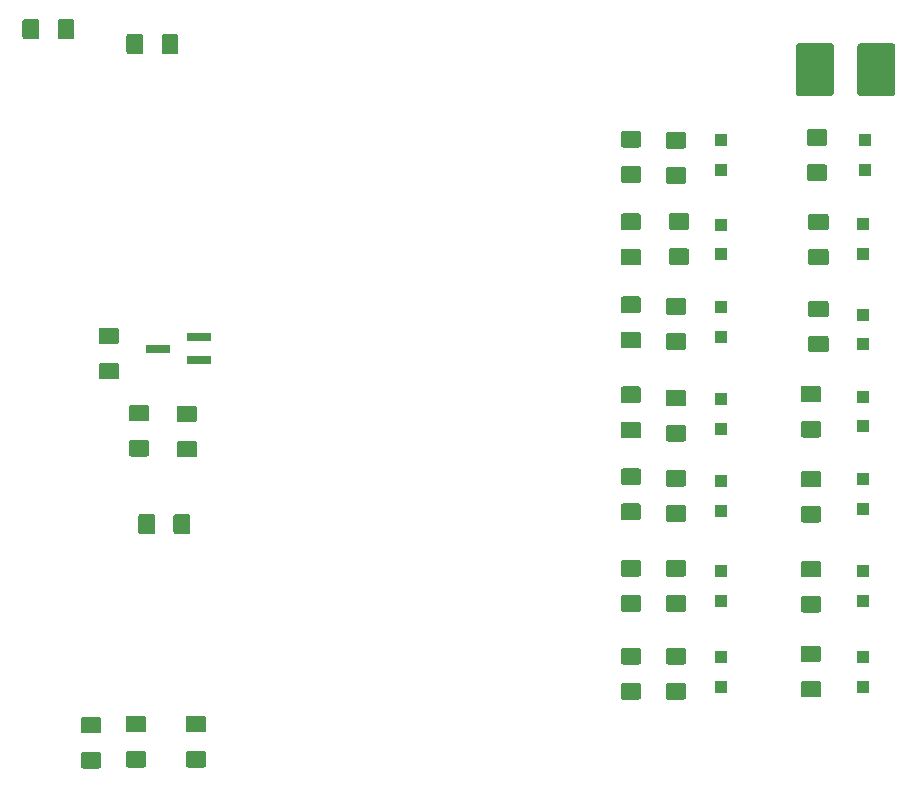
<source format=gbr>
G04 #@! TF.GenerationSoftware,KiCad,Pcbnew,5.0.2-bee76a0~70~ubuntu16.04.1*
G04 #@! TF.CreationDate,2019-02-03T15:20:27+01:00*
G04 #@! TF.ProjectId,valve_reporter,76616c76-655f-4726-9570-6f727465722e,rev?*
G04 #@! TF.SameCoordinates,Original*
G04 #@! TF.FileFunction,Paste,Top*
G04 #@! TF.FilePolarity,Positive*
%FSLAX46Y46*%
G04 Gerber Fmt 4.6, Leading zero omitted, Abs format (unit mm)*
G04 Created by KiCad (PCBNEW 5.0.2-bee76a0~70~ubuntu16.04.1) date Son 03 Feb 2019 15:20:27 CET*
%MOMM*%
%LPD*%
G01*
G04 APERTURE LIST*
%ADD10C,0.100000*%
%ADD11C,1.425000*%
%ADD12R,1.000000X1.000000*%
%ADD13R,2.000000X0.650000*%
%ADD14C,3.200000*%
G04 APERTURE END LIST*
D10*
G04 #@! TO.C,R16*
G36*
X158129504Y-125853704D02*
X158153773Y-125857304D01*
X158177571Y-125863265D01*
X158200671Y-125871530D01*
X158222849Y-125882020D01*
X158243893Y-125894633D01*
X158263598Y-125909247D01*
X158281777Y-125925723D01*
X158298253Y-125943902D01*
X158312867Y-125963607D01*
X158325480Y-125984651D01*
X158335970Y-126006829D01*
X158344235Y-126029929D01*
X158350196Y-126053727D01*
X158353796Y-126077996D01*
X158355000Y-126102500D01*
X158355000Y-127027500D01*
X158353796Y-127052004D01*
X158350196Y-127076273D01*
X158344235Y-127100071D01*
X158335970Y-127123171D01*
X158325480Y-127145349D01*
X158312867Y-127166393D01*
X158298253Y-127186098D01*
X158281777Y-127204277D01*
X158263598Y-127220753D01*
X158243893Y-127235367D01*
X158222849Y-127247980D01*
X158200671Y-127258470D01*
X158177571Y-127266735D01*
X158153773Y-127272696D01*
X158129504Y-127276296D01*
X158105000Y-127277500D01*
X156855000Y-127277500D01*
X156830496Y-127276296D01*
X156806227Y-127272696D01*
X156782429Y-127266735D01*
X156759329Y-127258470D01*
X156737151Y-127247980D01*
X156716107Y-127235367D01*
X156696402Y-127220753D01*
X156678223Y-127204277D01*
X156661747Y-127186098D01*
X156647133Y-127166393D01*
X156634520Y-127145349D01*
X156624030Y-127123171D01*
X156615765Y-127100071D01*
X156609804Y-127076273D01*
X156606204Y-127052004D01*
X156605000Y-127027500D01*
X156605000Y-126102500D01*
X156606204Y-126077996D01*
X156609804Y-126053727D01*
X156615765Y-126029929D01*
X156624030Y-126006829D01*
X156634520Y-125984651D01*
X156647133Y-125963607D01*
X156661747Y-125943902D01*
X156678223Y-125925723D01*
X156696402Y-125909247D01*
X156716107Y-125894633D01*
X156737151Y-125882020D01*
X156759329Y-125871530D01*
X156782429Y-125863265D01*
X156806227Y-125857304D01*
X156830496Y-125853704D01*
X156855000Y-125852500D01*
X158105000Y-125852500D01*
X158129504Y-125853704D01*
X158129504Y-125853704D01*
G37*
D11*
X157480000Y-126565000D03*
D10*
G36*
X158129504Y-128828704D02*
X158153773Y-128832304D01*
X158177571Y-128838265D01*
X158200671Y-128846530D01*
X158222849Y-128857020D01*
X158243893Y-128869633D01*
X158263598Y-128884247D01*
X158281777Y-128900723D01*
X158298253Y-128918902D01*
X158312867Y-128938607D01*
X158325480Y-128959651D01*
X158335970Y-128981829D01*
X158344235Y-129004929D01*
X158350196Y-129028727D01*
X158353796Y-129052996D01*
X158355000Y-129077500D01*
X158355000Y-130002500D01*
X158353796Y-130027004D01*
X158350196Y-130051273D01*
X158344235Y-130075071D01*
X158335970Y-130098171D01*
X158325480Y-130120349D01*
X158312867Y-130141393D01*
X158298253Y-130161098D01*
X158281777Y-130179277D01*
X158263598Y-130195753D01*
X158243893Y-130210367D01*
X158222849Y-130222980D01*
X158200671Y-130233470D01*
X158177571Y-130241735D01*
X158153773Y-130247696D01*
X158129504Y-130251296D01*
X158105000Y-130252500D01*
X156855000Y-130252500D01*
X156830496Y-130251296D01*
X156806227Y-130247696D01*
X156782429Y-130241735D01*
X156759329Y-130233470D01*
X156737151Y-130222980D01*
X156716107Y-130210367D01*
X156696402Y-130195753D01*
X156678223Y-130179277D01*
X156661747Y-130161098D01*
X156647133Y-130141393D01*
X156634520Y-130120349D01*
X156624030Y-130098171D01*
X156615765Y-130075071D01*
X156609804Y-130051273D01*
X156606204Y-130027004D01*
X156605000Y-130002500D01*
X156605000Y-129077500D01*
X156606204Y-129052996D01*
X156609804Y-129028727D01*
X156615765Y-129004929D01*
X156624030Y-128981829D01*
X156634520Y-128959651D01*
X156647133Y-128938607D01*
X156661747Y-128918902D01*
X156678223Y-128900723D01*
X156696402Y-128884247D01*
X156716107Y-128869633D01*
X156737151Y-128857020D01*
X156759329Y-128846530D01*
X156782429Y-128838265D01*
X156806227Y-128832304D01*
X156830496Y-128828704D01*
X156855000Y-128827500D01*
X158105000Y-128827500D01*
X158129504Y-128828704D01*
X158129504Y-128828704D01*
G37*
D11*
X157480000Y-129540000D03*
G04 #@! TD*
D10*
G04 #@! TO.C,R9*
G36*
X142889504Y-129014204D02*
X142913773Y-129017804D01*
X142937571Y-129023765D01*
X142960671Y-129032030D01*
X142982849Y-129042520D01*
X143003893Y-129055133D01*
X143023598Y-129069747D01*
X143041777Y-129086223D01*
X143058253Y-129104402D01*
X143072867Y-129124107D01*
X143085480Y-129145151D01*
X143095970Y-129167329D01*
X143104235Y-129190429D01*
X143110196Y-129214227D01*
X143113796Y-129238496D01*
X143115000Y-129263000D01*
X143115000Y-130188000D01*
X143113796Y-130212504D01*
X143110196Y-130236773D01*
X143104235Y-130260571D01*
X143095970Y-130283671D01*
X143085480Y-130305849D01*
X143072867Y-130326893D01*
X143058253Y-130346598D01*
X143041777Y-130364777D01*
X143023598Y-130381253D01*
X143003893Y-130395867D01*
X142982849Y-130408480D01*
X142960671Y-130418970D01*
X142937571Y-130427235D01*
X142913773Y-130433196D01*
X142889504Y-130436796D01*
X142865000Y-130438000D01*
X141615000Y-130438000D01*
X141590496Y-130436796D01*
X141566227Y-130433196D01*
X141542429Y-130427235D01*
X141519329Y-130418970D01*
X141497151Y-130408480D01*
X141476107Y-130395867D01*
X141456402Y-130381253D01*
X141438223Y-130364777D01*
X141421747Y-130346598D01*
X141407133Y-130326893D01*
X141394520Y-130305849D01*
X141384030Y-130283671D01*
X141375765Y-130260571D01*
X141369804Y-130236773D01*
X141366204Y-130212504D01*
X141365000Y-130188000D01*
X141365000Y-129263000D01*
X141366204Y-129238496D01*
X141369804Y-129214227D01*
X141375765Y-129190429D01*
X141384030Y-129167329D01*
X141394520Y-129145151D01*
X141407133Y-129124107D01*
X141421747Y-129104402D01*
X141438223Y-129086223D01*
X141456402Y-129069747D01*
X141476107Y-129055133D01*
X141497151Y-129042520D01*
X141519329Y-129032030D01*
X141542429Y-129023765D01*
X141566227Y-129017804D01*
X141590496Y-129014204D01*
X141615000Y-129013000D01*
X142865000Y-129013000D01*
X142889504Y-129014204D01*
X142889504Y-129014204D01*
G37*
D11*
X142240000Y-129725500D03*
D10*
G36*
X142889504Y-126039204D02*
X142913773Y-126042804D01*
X142937571Y-126048765D01*
X142960671Y-126057030D01*
X142982849Y-126067520D01*
X143003893Y-126080133D01*
X143023598Y-126094747D01*
X143041777Y-126111223D01*
X143058253Y-126129402D01*
X143072867Y-126149107D01*
X143085480Y-126170151D01*
X143095970Y-126192329D01*
X143104235Y-126215429D01*
X143110196Y-126239227D01*
X143113796Y-126263496D01*
X143115000Y-126288000D01*
X143115000Y-127213000D01*
X143113796Y-127237504D01*
X143110196Y-127261773D01*
X143104235Y-127285571D01*
X143095970Y-127308671D01*
X143085480Y-127330849D01*
X143072867Y-127351893D01*
X143058253Y-127371598D01*
X143041777Y-127389777D01*
X143023598Y-127406253D01*
X143003893Y-127420867D01*
X142982849Y-127433480D01*
X142960671Y-127443970D01*
X142937571Y-127452235D01*
X142913773Y-127458196D01*
X142889504Y-127461796D01*
X142865000Y-127463000D01*
X141615000Y-127463000D01*
X141590496Y-127461796D01*
X141566227Y-127458196D01*
X141542429Y-127452235D01*
X141519329Y-127443970D01*
X141497151Y-127433480D01*
X141476107Y-127420867D01*
X141456402Y-127406253D01*
X141438223Y-127389777D01*
X141421747Y-127371598D01*
X141407133Y-127351893D01*
X141394520Y-127330849D01*
X141384030Y-127308671D01*
X141375765Y-127285571D01*
X141369804Y-127261773D01*
X141366204Y-127237504D01*
X141365000Y-127213000D01*
X141365000Y-126288000D01*
X141366204Y-126263496D01*
X141369804Y-126239227D01*
X141375765Y-126215429D01*
X141384030Y-126192329D01*
X141394520Y-126170151D01*
X141407133Y-126149107D01*
X141421747Y-126129402D01*
X141438223Y-126111223D01*
X141456402Y-126094747D01*
X141476107Y-126080133D01*
X141497151Y-126067520D01*
X141519329Y-126057030D01*
X141542429Y-126048765D01*
X141566227Y-126042804D01*
X141590496Y-126039204D01*
X141615000Y-126038000D01*
X142865000Y-126038000D01*
X142889504Y-126039204D01*
X142889504Y-126039204D01*
G37*
D11*
X142240000Y-126750500D03*
G04 #@! TD*
D10*
G04 #@! TO.C,C7*
G36*
X146699504Y-126039204D02*
X146723773Y-126042804D01*
X146747571Y-126048765D01*
X146770671Y-126057030D01*
X146792849Y-126067520D01*
X146813893Y-126080133D01*
X146833598Y-126094747D01*
X146851777Y-126111223D01*
X146868253Y-126129402D01*
X146882867Y-126149107D01*
X146895480Y-126170151D01*
X146905970Y-126192329D01*
X146914235Y-126215429D01*
X146920196Y-126239227D01*
X146923796Y-126263496D01*
X146925000Y-126288000D01*
X146925000Y-127213000D01*
X146923796Y-127237504D01*
X146920196Y-127261773D01*
X146914235Y-127285571D01*
X146905970Y-127308671D01*
X146895480Y-127330849D01*
X146882867Y-127351893D01*
X146868253Y-127371598D01*
X146851777Y-127389777D01*
X146833598Y-127406253D01*
X146813893Y-127420867D01*
X146792849Y-127433480D01*
X146770671Y-127443970D01*
X146747571Y-127452235D01*
X146723773Y-127458196D01*
X146699504Y-127461796D01*
X146675000Y-127463000D01*
X145425000Y-127463000D01*
X145400496Y-127461796D01*
X145376227Y-127458196D01*
X145352429Y-127452235D01*
X145329329Y-127443970D01*
X145307151Y-127433480D01*
X145286107Y-127420867D01*
X145266402Y-127406253D01*
X145248223Y-127389777D01*
X145231747Y-127371598D01*
X145217133Y-127351893D01*
X145204520Y-127330849D01*
X145194030Y-127308671D01*
X145185765Y-127285571D01*
X145179804Y-127261773D01*
X145176204Y-127237504D01*
X145175000Y-127213000D01*
X145175000Y-126288000D01*
X145176204Y-126263496D01*
X145179804Y-126239227D01*
X145185765Y-126215429D01*
X145194030Y-126192329D01*
X145204520Y-126170151D01*
X145217133Y-126149107D01*
X145231747Y-126129402D01*
X145248223Y-126111223D01*
X145266402Y-126094747D01*
X145286107Y-126080133D01*
X145307151Y-126067520D01*
X145329329Y-126057030D01*
X145352429Y-126048765D01*
X145376227Y-126042804D01*
X145400496Y-126039204D01*
X145425000Y-126038000D01*
X146675000Y-126038000D01*
X146699504Y-126039204D01*
X146699504Y-126039204D01*
G37*
D11*
X146050000Y-126750500D03*
D10*
G36*
X146699504Y-129014204D02*
X146723773Y-129017804D01*
X146747571Y-129023765D01*
X146770671Y-129032030D01*
X146792849Y-129042520D01*
X146813893Y-129055133D01*
X146833598Y-129069747D01*
X146851777Y-129086223D01*
X146868253Y-129104402D01*
X146882867Y-129124107D01*
X146895480Y-129145151D01*
X146905970Y-129167329D01*
X146914235Y-129190429D01*
X146920196Y-129214227D01*
X146923796Y-129238496D01*
X146925000Y-129263000D01*
X146925000Y-130188000D01*
X146923796Y-130212504D01*
X146920196Y-130236773D01*
X146914235Y-130260571D01*
X146905970Y-130283671D01*
X146895480Y-130305849D01*
X146882867Y-130326893D01*
X146868253Y-130346598D01*
X146851777Y-130364777D01*
X146833598Y-130381253D01*
X146813893Y-130395867D01*
X146792849Y-130408480D01*
X146770671Y-130418970D01*
X146747571Y-130427235D01*
X146723773Y-130433196D01*
X146699504Y-130436796D01*
X146675000Y-130438000D01*
X145425000Y-130438000D01*
X145400496Y-130436796D01*
X145376227Y-130433196D01*
X145352429Y-130427235D01*
X145329329Y-130418970D01*
X145307151Y-130408480D01*
X145286107Y-130395867D01*
X145266402Y-130381253D01*
X145248223Y-130364777D01*
X145231747Y-130346598D01*
X145217133Y-130326893D01*
X145204520Y-130305849D01*
X145194030Y-130283671D01*
X145185765Y-130260571D01*
X145179804Y-130236773D01*
X145176204Y-130212504D01*
X145175000Y-130188000D01*
X145175000Y-129263000D01*
X145176204Y-129238496D01*
X145179804Y-129214227D01*
X145185765Y-129190429D01*
X145194030Y-129167329D01*
X145204520Y-129145151D01*
X145217133Y-129124107D01*
X145231747Y-129104402D01*
X145248223Y-129086223D01*
X145266402Y-129069747D01*
X145286107Y-129055133D01*
X145307151Y-129042520D01*
X145329329Y-129032030D01*
X145352429Y-129023765D01*
X145376227Y-129017804D01*
X145400496Y-129014204D01*
X145425000Y-129013000D01*
X146675000Y-129013000D01*
X146699504Y-129014204D01*
X146699504Y-129014204D01*
G37*
D11*
X146050000Y-129725500D03*
G04 #@! TD*
D12*
G04 #@! TO.C,D16*
X161925000Y-129338000D03*
X161925000Y-126838000D03*
G04 #@! TD*
G04 #@! TO.C,D9*
X149860000Y-126858000D03*
X149860000Y-129358000D03*
G04 #@! TD*
D13*
G04 #@! TO.C,Q1*
X105659500Y-101661000D03*
X105659500Y-99761000D03*
X102239500Y-100711000D03*
G04 #@! TD*
D10*
G04 #@! TO.C,R18*
G36*
X91927004Y-72786204D02*
X91951273Y-72789804D01*
X91975071Y-72795765D01*
X91998171Y-72804030D01*
X92020349Y-72814520D01*
X92041393Y-72827133D01*
X92061098Y-72841747D01*
X92079277Y-72858223D01*
X92095753Y-72876402D01*
X92110367Y-72896107D01*
X92122980Y-72917151D01*
X92133470Y-72939329D01*
X92141735Y-72962429D01*
X92147696Y-72986227D01*
X92151296Y-73010496D01*
X92152500Y-73035000D01*
X92152500Y-74285000D01*
X92151296Y-74309504D01*
X92147696Y-74333773D01*
X92141735Y-74357571D01*
X92133470Y-74380671D01*
X92122980Y-74402849D01*
X92110367Y-74423893D01*
X92095753Y-74443598D01*
X92079277Y-74461777D01*
X92061098Y-74478253D01*
X92041393Y-74492867D01*
X92020349Y-74505480D01*
X91998171Y-74515970D01*
X91975071Y-74524235D01*
X91951273Y-74530196D01*
X91927004Y-74533796D01*
X91902500Y-74535000D01*
X90977500Y-74535000D01*
X90952996Y-74533796D01*
X90928727Y-74530196D01*
X90904929Y-74524235D01*
X90881829Y-74515970D01*
X90859651Y-74505480D01*
X90838607Y-74492867D01*
X90818902Y-74478253D01*
X90800723Y-74461777D01*
X90784247Y-74443598D01*
X90769633Y-74423893D01*
X90757020Y-74402849D01*
X90746530Y-74380671D01*
X90738265Y-74357571D01*
X90732304Y-74333773D01*
X90728704Y-74309504D01*
X90727500Y-74285000D01*
X90727500Y-73035000D01*
X90728704Y-73010496D01*
X90732304Y-72986227D01*
X90738265Y-72962429D01*
X90746530Y-72939329D01*
X90757020Y-72917151D01*
X90769633Y-72896107D01*
X90784247Y-72876402D01*
X90800723Y-72858223D01*
X90818902Y-72841747D01*
X90838607Y-72827133D01*
X90859651Y-72814520D01*
X90881829Y-72804030D01*
X90904929Y-72795765D01*
X90928727Y-72789804D01*
X90952996Y-72786204D01*
X90977500Y-72785000D01*
X91902500Y-72785000D01*
X91927004Y-72786204D01*
X91927004Y-72786204D01*
G37*
D11*
X91440000Y-73660000D03*
D10*
G36*
X94902004Y-72786204D02*
X94926273Y-72789804D01*
X94950071Y-72795765D01*
X94973171Y-72804030D01*
X94995349Y-72814520D01*
X95016393Y-72827133D01*
X95036098Y-72841747D01*
X95054277Y-72858223D01*
X95070753Y-72876402D01*
X95085367Y-72896107D01*
X95097980Y-72917151D01*
X95108470Y-72939329D01*
X95116735Y-72962429D01*
X95122696Y-72986227D01*
X95126296Y-73010496D01*
X95127500Y-73035000D01*
X95127500Y-74285000D01*
X95126296Y-74309504D01*
X95122696Y-74333773D01*
X95116735Y-74357571D01*
X95108470Y-74380671D01*
X95097980Y-74402849D01*
X95085367Y-74423893D01*
X95070753Y-74443598D01*
X95054277Y-74461777D01*
X95036098Y-74478253D01*
X95016393Y-74492867D01*
X94995349Y-74505480D01*
X94973171Y-74515970D01*
X94950071Y-74524235D01*
X94926273Y-74530196D01*
X94902004Y-74533796D01*
X94877500Y-74535000D01*
X93952500Y-74535000D01*
X93927996Y-74533796D01*
X93903727Y-74530196D01*
X93879929Y-74524235D01*
X93856829Y-74515970D01*
X93834651Y-74505480D01*
X93813607Y-74492867D01*
X93793902Y-74478253D01*
X93775723Y-74461777D01*
X93759247Y-74443598D01*
X93744633Y-74423893D01*
X93732020Y-74402849D01*
X93721530Y-74380671D01*
X93713265Y-74357571D01*
X93707304Y-74333773D01*
X93703704Y-74309504D01*
X93702500Y-74285000D01*
X93702500Y-73035000D01*
X93703704Y-73010496D01*
X93707304Y-72986227D01*
X93713265Y-72962429D01*
X93721530Y-72939329D01*
X93732020Y-72917151D01*
X93744633Y-72896107D01*
X93759247Y-72876402D01*
X93775723Y-72858223D01*
X93793902Y-72841747D01*
X93813607Y-72827133D01*
X93834651Y-72814520D01*
X93856829Y-72804030D01*
X93879929Y-72795765D01*
X93903727Y-72789804D01*
X93927996Y-72786204D01*
X93952500Y-72785000D01*
X94877500Y-72785000D01*
X94902004Y-72786204D01*
X94902004Y-72786204D01*
G37*
D11*
X94415000Y-73660000D03*
G04 #@! TD*
D10*
G04 #@! TO.C,R19*
G36*
X105297504Y-108508704D02*
X105321773Y-108512304D01*
X105345571Y-108518265D01*
X105368671Y-108526530D01*
X105390849Y-108537020D01*
X105411893Y-108549633D01*
X105431598Y-108564247D01*
X105449777Y-108580723D01*
X105466253Y-108598902D01*
X105480867Y-108618607D01*
X105493480Y-108639651D01*
X105503970Y-108661829D01*
X105512235Y-108684929D01*
X105518196Y-108708727D01*
X105521796Y-108732996D01*
X105523000Y-108757500D01*
X105523000Y-109682500D01*
X105521796Y-109707004D01*
X105518196Y-109731273D01*
X105512235Y-109755071D01*
X105503970Y-109778171D01*
X105493480Y-109800349D01*
X105480867Y-109821393D01*
X105466253Y-109841098D01*
X105449777Y-109859277D01*
X105431598Y-109875753D01*
X105411893Y-109890367D01*
X105390849Y-109902980D01*
X105368671Y-109913470D01*
X105345571Y-109921735D01*
X105321773Y-109927696D01*
X105297504Y-109931296D01*
X105273000Y-109932500D01*
X104023000Y-109932500D01*
X103998496Y-109931296D01*
X103974227Y-109927696D01*
X103950429Y-109921735D01*
X103927329Y-109913470D01*
X103905151Y-109902980D01*
X103884107Y-109890367D01*
X103864402Y-109875753D01*
X103846223Y-109859277D01*
X103829747Y-109841098D01*
X103815133Y-109821393D01*
X103802520Y-109800349D01*
X103792030Y-109778171D01*
X103783765Y-109755071D01*
X103777804Y-109731273D01*
X103774204Y-109707004D01*
X103773000Y-109682500D01*
X103773000Y-108757500D01*
X103774204Y-108732996D01*
X103777804Y-108708727D01*
X103783765Y-108684929D01*
X103792030Y-108661829D01*
X103802520Y-108639651D01*
X103815133Y-108618607D01*
X103829747Y-108598902D01*
X103846223Y-108580723D01*
X103864402Y-108564247D01*
X103884107Y-108549633D01*
X103905151Y-108537020D01*
X103927329Y-108526530D01*
X103950429Y-108518265D01*
X103974227Y-108512304D01*
X103998496Y-108508704D01*
X104023000Y-108507500D01*
X105273000Y-108507500D01*
X105297504Y-108508704D01*
X105297504Y-108508704D01*
G37*
D11*
X104648000Y-109220000D03*
D10*
G36*
X105297504Y-105533704D02*
X105321773Y-105537304D01*
X105345571Y-105543265D01*
X105368671Y-105551530D01*
X105390849Y-105562020D01*
X105411893Y-105574633D01*
X105431598Y-105589247D01*
X105449777Y-105605723D01*
X105466253Y-105623902D01*
X105480867Y-105643607D01*
X105493480Y-105664651D01*
X105503970Y-105686829D01*
X105512235Y-105709929D01*
X105518196Y-105733727D01*
X105521796Y-105757996D01*
X105523000Y-105782500D01*
X105523000Y-106707500D01*
X105521796Y-106732004D01*
X105518196Y-106756273D01*
X105512235Y-106780071D01*
X105503970Y-106803171D01*
X105493480Y-106825349D01*
X105480867Y-106846393D01*
X105466253Y-106866098D01*
X105449777Y-106884277D01*
X105431598Y-106900753D01*
X105411893Y-106915367D01*
X105390849Y-106927980D01*
X105368671Y-106938470D01*
X105345571Y-106946735D01*
X105321773Y-106952696D01*
X105297504Y-106956296D01*
X105273000Y-106957500D01*
X104023000Y-106957500D01*
X103998496Y-106956296D01*
X103974227Y-106952696D01*
X103950429Y-106946735D01*
X103927329Y-106938470D01*
X103905151Y-106927980D01*
X103884107Y-106915367D01*
X103864402Y-106900753D01*
X103846223Y-106884277D01*
X103829747Y-106866098D01*
X103815133Y-106846393D01*
X103802520Y-106825349D01*
X103792030Y-106803171D01*
X103783765Y-106780071D01*
X103777804Y-106756273D01*
X103774204Y-106732004D01*
X103773000Y-106707500D01*
X103773000Y-105782500D01*
X103774204Y-105757996D01*
X103777804Y-105733727D01*
X103783765Y-105709929D01*
X103792030Y-105686829D01*
X103802520Y-105664651D01*
X103815133Y-105643607D01*
X103829747Y-105623902D01*
X103846223Y-105605723D01*
X103864402Y-105589247D01*
X103884107Y-105574633D01*
X103905151Y-105562020D01*
X103927329Y-105551530D01*
X103950429Y-105543265D01*
X103974227Y-105537304D01*
X103998496Y-105533704D01*
X104023000Y-105532500D01*
X105273000Y-105532500D01*
X105297504Y-105533704D01*
X105297504Y-105533704D01*
G37*
D11*
X104648000Y-106245000D03*
G04 #@! TD*
D10*
G04 #@! TO.C,C2*
G36*
X146953504Y-92216204D02*
X146977773Y-92219804D01*
X147001571Y-92225765D01*
X147024671Y-92234030D01*
X147046849Y-92244520D01*
X147067893Y-92257133D01*
X147087598Y-92271747D01*
X147105777Y-92288223D01*
X147122253Y-92306402D01*
X147136867Y-92326107D01*
X147149480Y-92347151D01*
X147159970Y-92369329D01*
X147168235Y-92392429D01*
X147174196Y-92416227D01*
X147177796Y-92440496D01*
X147179000Y-92465000D01*
X147179000Y-93390000D01*
X147177796Y-93414504D01*
X147174196Y-93438773D01*
X147168235Y-93462571D01*
X147159970Y-93485671D01*
X147149480Y-93507849D01*
X147136867Y-93528893D01*
X147122253Y-93548598D01*
X147105777Y-93566777D01*
X147087598Y-93583253D01*
X147067893Y-93597867D01*
X147046849Y-93610480D01*
X147024671Y-93620970D01*
X147001571Y-93629235D01*
X146977773Y-93635196D01*
X146953504Y-93638796D01*
X146929000Y-93640000D01*
X145679000Y-93640000D01*
X145654496Y-93638796D01*
X145630227Y-93635196D01*
X145606429Y-93629235D01*
X145583329Y-93620970D01*
X145561151Y-93610480D01*
X145540107Y-93597867D01*
X145520402Y-93583253D01*
X145502223Y-93566777D01*
X145485747Y-93548598D01*
X145471133Y-93528893D01*
X145458520Y-93507849D01*
X145448030Y-93485671D01*
X145439765Y-93462571D01*
X145433804Y-93438773D01*
X145430204Y-93414504D01*
X145429000Y-93390000D01*
X145429000Y-92465000D01*
X145430204Y-92440496D01*
X145433804Y-92416227D01*
X145439765Y-92392429D01*
X145448030Y-92369329D01*
X145458520Y-92347151D01*
X145471133Y-92326107D01*
X145485747Y-92306402D01*
X145502223Y-92288223D01*
X145520402Y-92271747D01*
X145540107Y-92257133D01*
X145561151Y-92244520D01*
X145583329Y-92234030D01*
X145606429Y-92225765D01*
X145630227Y-92219804D01*
X145654496Y-92216204D01*
X145679000Y-92215000D01*
X146929000Y-92215000D01*
X146953504Y-92216204D01*
X146953504Y-92216204D01*
G37*
D11*
X146304000Y-92927500D03*
D10*
G36*
X146953504Y-89241204D02*
X146977773Y-89244804D01*
X147001571Y-89250765D01*
X147024671Y-89259030D01*
X147046849Y-89269520D01*
X147067893Y-89282133D01*
X147087598Y-89296747D01*
X147105777Y-89313223D01*
X147122253Y-89331402D01*
X147136867Y-89351107D01*
X147149480Y-89372151D01*
X147159970Y-89394329D01*
X147168235Y-89417429D01*
X147174196Y-89441227D01*
X147177796Y-89465496D01*
X147179000Y-89490000D01*
X147179000Y-90415000D01*
X147177796Y-90439504D01*
X147174196Y-90463773D01*
X147168235Y-90487571D01*
X147159970Y-90510671D01*
X147149480Y-90532849D01*
X147136867Y-90553893D01*
X147122253Y-90573598D01*
X147105777Y-90591777D01*
X147087598Y-90608253D01*
X147067893Y-90622867D01*
X147046849Y-90635480D01*
X147024671Y-90645970D01*
X147001571Y-90654235D01*
X146977773Y-90660196D01*
X146953504Y-90663796D01*
X146929000Y-90665000D01*
X145679000Y-90665000D01*
X145654496Y-90663796D01*
X145630227Y-90660196D01*
X145606429Y-90654235D01*
X145583329Y-90645970D01*
X145561151Y-90635480D01*
X145540107Y-90622867D01*
X145520402Y-90608253D01*
X145502223Y-90591777D01*
X145485747Y-90573598D01*
X145471133Y-90553893D01*
X145458520Y-90532849D01*
X145448030Y-90510671D01*
X145439765Y-90487571D01*
X145433804Y-90463773D01*
X145430204Y-90439504D01*
X145429000Y-90415000D01*
X145429000Y-89490000D01*
X145430204Y-89465496D01*
X145433804Y-89441227D01*
X145439765Y-89417429D01*
X145448030Y-89394329D01*
X145458520Y-89372151D01*
X145471133Y-89351107D01*
X145485747Y-89331402D01*
X145502223Y-89313223D01*
X145520402Y-89296747D01*
X145540107Y-89282133D01*
X145561151Y-89269520D01*
X145583329Y-89259030D01*
X145606429Y-89250765D01*
X145630227Y-89244804D01*
X145654496Y-89241204D01*
X145679000Y-89240000D01*
X146929000Y-89240000D01*
X146953504Y-89241204D01*
X146953504Y-89241204D01*
G37*
D11*
X146304000Y-89952500D03*
G04 #@! TD*
D10*
G04 #@! TO.C,C3*
G36*
X146699504Y-96431204D02*
X146723773Y-96434804D01*
X146747571Y-96440765D01*
X146770671Y-96449030D01*
X146792849Y-96459520D01*
X146813893Y-96472133D01*
X146833598Y-96486747D01*
X146851777Y-96503223D01*
X146868253Y-96521402D01*
X146882867Y-96541107D01*
X146895480Y-96562151D01*
X146905970Y-96584329D01*
X146914235Y-96607429D01*
X146920196Y-96631227D01*
X146923796Y-96655496D01*
X146925000Y-96680000D01*
X146925000Y-97605000D01*
X146923796Y-97629504D01*
X146920196Y-97653773D01*
X146914235Y-97677571D01*
X146905970Y-97700671D01*
X146895480Y-97722849D01*
X146882867Y-97743893D01*
X146868253Y-97763598D01*
X146851777Y-97781777D01*
X146833598Y-97798253D01*
X146813893Y-97812867D01*
X146792849Y-97825480D01*
X146770671Y-97835970D01*
X146747571Y-97844235D01*
X146723773Y-97850196D01*
X146699504Y-97853796D01*
X146675000Y-97855000D01*
X145425000Y-97855000D01*
X145400496Y-97853796D01*
X145376227Y-97850196D01*
X145352429Y-97844235D01*
X145329329Y-97835970D01*
X145307151Y-97825480D01*
X145286107Y-97812867D01*
X145266402Y-97798253D01*
X145248223Y-97781777D01*
X145231747Y-97763598D01*
X145217133Y-97743893D01*
X145204520Y-97722849D01*
X145194030Y-97700671D01*
X145185765Y-97677571D01*
X145179804Y-97653773D01*
X145176204Y-97629504D01*
X145175000Y-97605000D01*
X145175000Y-96680000D01*
X145176204Y-96655496D01*
X145179804Y-96631227D01*
X145185765Y-96607429D01*
X145194030Y-96584329D01*
X145204520Y-96562151D01*
X145217133Y-96541107D01*
X145231747Y-96521402D01*
X145248223Y-96503223D01*
X145266402Y-96486747D01*
X145286107Y-96472133D01*
X145307151Y-96459520D01*
X145329329Y-96449030D01*
X145352429Y-96440765D01*
X145376227Y-96434804D01*
X145400496Y-96431204D01*
X145425000Y-96430000D01*
X146675000Y-96430000D01*
X146699504Y-96431204D01*
X146699504Y-96431204D01*
G37*
D11*
X146050000Y-97142500D03*
D10*
G36*
X146699504Y-99406204D02*
X146723773Y-99409804D01*
X146747571Y-99415765D01*
X146770671Y-99424030D01*
X146792849Y-99434520D01*
X146813893Y-99447133D01*
X146833598Y-99461747D01*
X146851777Y-99478223D01*
X146868253Y-99496402D01*
X146882867Y-99516107D01*
X146895480Y-99537151D01*
X146905970Y-99559329D01*
X146914235Y-99582429D01*
X146920196Y-99606227D01*
X146923796Y-99630496D01*
X146925000Y-99655000D01*
X146925000Y-100580000D01*
X146923796Y-100604504D01*
X146920196Y-100628773D01*
X146914235Y-100652571D01*
X146905970Y-100675671D01*
X146895480Y-100697849D01*
X146882867Y-100718893D01*
X146868253Y-100738598D01*
X146851777Y-100756777D01*
X146833598Y-100773253D01*
X146813893Y-100787867D01*
X146792849Y-100800480D01*
X146770671Y-100810970D01*
X146747571Y-100819235D01*
X146723773Y-100825196D01*
X146699504Y-100828796D01*
X146675000Y-100830000D01*
X145425000Y-100830000D01*
X145400496Y-100828796D01*
X145376227Y-100825196D01*
X145352429Y-100819235D01*
X145329329Y-100810970D01*
X145307151Y-100800480D01*
X145286107Y-100787867D01*
X145266402Y-100773253D01*
X145248223Y-100756777D01*
X145231747Y-100738598D01*
X145217133Y-100718893D01*
X145204520Y-100697849D01*
X145194030Y-100675671D01*
X145185765Y-100652571D01*
X145179804Y-100628773D01*
X145176204Y-100604504D01*
X145175000Y-100580000D01*
X145175000Y-99655000D01*
X145176204Y-99630496D01*
X145179804Y-99606227D01*
X145185765Y-99582429D01*
X145194030Y-99559329D01*
X145204520Y-99537151D01*
X145217133Y-99516107D01*
X145231747Y-99496402D01*
X145248223Y-99478223D01*
X145266402Y-99461747D01*
X145286107Y-99447133D01*
X145307151Y-99434520D01*
X145329329Y-99424030D01*
X145352429Y-99415765D01*
X145376227Y-99409804D01*
X145400496Y-99406204D01*
X145425000Y-99405000D01*
X146675000Y-99405000D01*
X146699504Y-99406204D01*
X146699504Y-99406204D01*
G37*
D11*
X146050000Y-100117500D03*
G04 #@! TD*
D10*
G04 #@! TO.C,C4*
G36*
X146699504Y-107156204D02*
X146723773Y-107159804D01*
X146747571Y-107165765D01*
X146770671Y-107174030D01*
X146792849Y-107184520D01*
X146813893Y-107197133D01*
X146833598Y-107211747D01*
X146851777Y-107228223D01*
X146868253Y-107246402D01*
X146882867Y-107266107D01*
X146895480Y-107287151D01*
X146905970Y-107309329D01*
X146914235Y-107332429D01*
X146920196Y-107356227D01*
X146923796Y-107380496D01*
X146925000Y-107405000D01*
X146925000Y-108330000D01*
X146923796Y-108354504D01*
X146920196Y-108378773D01*
X146914235Y-108402571D01*
X146905970Y-108425671D01*
X146895480Y-108447849D01*
X146882867Y-108468893D01*
X146868253Y-108488598D01*
X146851777Y-108506777D01*
X146833598Y-108523253D01*
X146813893Y-108537867D01*
X146792849Y-108550480D01*
X146770671Y-108560970D01*
X146747571Y-108569235D01*
X146723773Y-108575196D01*
X146699504Y-108578796D01*
X146675000Y-108580000D01*
X145425000Y-108580000D01*
X145400496Y-108578796D01*
X145376227Y-108575196D01*
X145352429Y-108569235D01*
X145329329Y-108560970D01*
X145307151Y-108550480D01*
X145286107Y-108537867D01*
X145266402Y-108523253D01*
X145248223Y-108506777D01*
X145231747Y-108488598D01*
X145217133Y-108468893D01*
X145204520Y-108447849D01*
X145194030Y-108425671D01*
X145185765Y-108402571D01*
X145179804Y-108378773D01*
X145176204Y-108354504D01*
X145175000Y-108330000D01*
X145175000Y-107405000D01*
X145176204Y-107380496D01*
X145179804Y-107356227D01*
X145185765Y-107332429D01*
X145194030Y-107309329D01*
X145204520Y-107287151D01*
X145217133Y-107266107D01*
X145231747Y-107246402D01*
X145248223Y-107228223D01*
X145266402Y-107211747D01*
X145286107Y-107197133D01*
X145307151Y-107184520D01*
X145329329Y-107174030D01*
X145352429Y-107165765D01*
X145376227Y-107159804D01*
X145400496Y-107156204D01*
X145425000Y-107155000D01*
X146675000Y-107155000D01*
X146699504Y-107156204D01*
X146699504Y-107156204D01*
G37*
D11*
X146050000Y-107867500D03*
D10*
G36*
X146699504Y-104181204D02*
X146723773Y-104184804D01*
X146747571Y-104190765D01*
X146770671Y-104199030D01*
X146792849Y-104209520D01*
X146813893Y-104222133D01*
X146833598Y-104236747D01*
X146851777Y-104253223D01*
X146868253Y-104271402D01*
X146882867Y-104291107D01*
X146895480Y-104312151D01*
X146905970Y-104334329D01*
X146914235Y-104357429D01*
X146920196Y-104381227D01*
X146923796Y-104405496D01*
X146925000Y-104430000D01*
X146925000Y-105355000D01*
X146923796Y-105379504D01*
X146920196Y-105403773D01*
X146914235Y-105427571D01*
X146905970Y-105450671D01*
X146895480Y-105472849D01*
X146882867Y-105493893D01*
X146868253Y-105513598D01*
X146851777Y-105531777D01*
X146833598Y-105548253D01*
X146813893Y-105562867D01*
X146792849Y-105575480D01*
X146770671Y-105585970D01*
X146747571Y-105594235D01*
X146723773Y-105600196D01*
X146699504Y-105603796D01*
X146675000Y-105605000D01*
X145425000Y-105605000D01*
X145400496Y-105603796D01*
X145376227Y-105600196D01*
X145352429Y-105594235D01*
X145329329Y-105585970D01*
X145307151Y-105575480D01*
X145286107Y-105562867D01*
X145266402Y-105548253D01*
X145248223Y-105531777D01*
X145231747Y-105513598D01*
X145217133Y-105493893D01*
X145204520Y-105472849D01*
X145194030Y-105450671D01*
X145185765Y-105427571D01*
X145179804Y-105403773D01*
X145176204Y-105379504D01*
X145175000Y-105355000D01*
X145175000Y-104430000D01*
X145176204Y-104405496D01*
X145179804Y-104381227D01*
X145185765Y-104357429D01*
X145194030Y-104334329D01*
X145204520Y-104312151D01*
X145217133Y-104291107D01*
X145231747Y-104271402D01*
X145248223Y-104253223D01*
X145266402Y-104236747D01*
X145286107Y-104222133D01*
X145307151Y-104209520D01*
X145329329Y-104199030D01*
X145352429Y-104190765D01*
X145376227Y-104184804D01*
X145400496Y-104181204D01*
X145425000Y-104180000D01*
X146675000Y-104180000D01*
X146699504Y-104181204D01*
X146699504Y-104181204D01*
G37*
D11*
X146050000Y-104892500D03*
G04 #@! TD*
D10*
G04 #@! TO.C,C5*
G36*
X146699504Y-110981204D02*
X146723773Y-110984804D01*
X146747571Y-110990765D01*
X146770671Y-110999030D01*
X146792849Y-111009520D01*
X146813893Y-111022133D01*
X146833598Y-111036747D01*
X146851777Y-111053223D01*
X146868253Y-111071402D01*
X146882867Y-111091107D01*
X146895480Y-111112151D01*
X146905970Y-111134329D01*
X146914235Y-111157429D01*
X146920196Y-111181227D01*
X146923796Y-111205496D01*
X146925000Y-111230000D01*
X146925000Y-112155000D01*
X146923796Y-112179504D01*
X146920196Y-112203773D01*
X146914235Y-112227571D01*
X146905970Y-112250671D01*
X146895480Y-112272849D01*
X146882867Y-112293893D01*
X146868253Y-112313598D01*
X146851777Y-112331777D01*
X146833598Y-112348253D01*
X146813893Y-112362867D01*
X146792849Y-112375480D01*
X146770671Y-112385970D01*
X146747571Y-112394235D01*
X146723773Y-112400196D01*
X146699504Y-112403796D01*
X146675000Y-112405000D01*
X145425000Y-112405000D01*
X145400496Y-112403796D01*
X145376227Y-112400196D01*
X145352429Y-112394235D01*
X145329329Y-112385970D01*
X145307151Y-112375480D01*
X145286107Y-112362867D01*
X145266402Y-112348253D01*
X145248223Y-112331777D01*
X145231747Y-112313598D01*
X145217133Y-112293893D01*
X145204520Y-112272849D01*
X145194030Y-112250671D01*
X145185765Y-112227571D01*
X145179804Y-112203773D01*
X145176204Y-112179504D01*
X145175000Y-112155000D01*
X145175000Y-111230000D01*
X145176204Y-111205496D01*
X145179804Y-111181227D01*
X145185765Y-111157429D01*
X145194030Y-111134329D01*
X145204520Y-111112151D01*
X145217133Y-111091107D01*
X145231747Y-111071402D01*
X145248223Y-111053223D01*
X145266402Y-111036747D01*
X145286107Y-111022133D01*
X145307151Y-111009520D01*
X145329329Y-110999030D01*
X145352429Y-110990765D01*
X145376227Y-110984804D01*
X145400496Y-110981204D01*
X145425000Y-110980000D01*
X146675000Y-110980000D01*
X146699504Y-110981204D01*
X146699504Y-110981204D01*
G37*
D11*
X146050000Y-111692500D03*
D10*
G36*
X146699504Y-113956204D02*
X146723773Y-113959804D01*
X146747571Y-113965765D01*
X146770671Y-113974030D01*
X146792849Y-113984520D01*
X146813893Y-113997133D01*
X146833598Y-114011747D01*
X146851777Y-114028223D01*
X146868253Y-114046402D01*
X146882867Y-114066107D01*
X146895480Y-114087151D01*
X146905970Y-114109329D01*
X146914235Y-114132429D01*
X146920196Y-114156227D01*
X146923796Y-114180496D01*
X146925000Y-114205000D01*
X146925000Y-115130000D01*
X146923796Y-115154504D01*
X146920196Y-115178773D01*
X146914235Y-115202571D01*
X146905970Y-115225671D01*
X146895480Y-115247849D01*
X146882867Y-115268893D01*
X146868253Y-115288598D01*
X146851777Y-115306777D01*
X146833598Y-115323253D01*
X146813893Y-115337867D01*
X146792849Y-115350480D01*
X146770671Y-115360970D01*
X146747571Y-115369235D01*
X146723773Y-115375196D01*
X146699504Y-115378796D01*
X146675000Y-115380000D01*
X145425000Y-115380000D01*
X145400496Y-115378796D01*
X145376227Y-115375196D01*
X145352429Y-115369235D01*
X145329329Y-115360970D01*
X145307151Y-115350480D01*
X145286107Y-115337867D01*
X145266402Y-115323253D01*
X145248223Y-115306777D01*
X145231747Y-115288598D01*
X145217133Y-115268893D01*
X145204520Y-115247849D01*
X145194030Y-115225671D01*
X145185765Y-115202571D01*
X145179804Y-115178773D01*
X145176204Y-115154504D01*
X145175000Y-115130000D01*
X145175000Y-114205000D01*
X145176204Y-114180496D01*
X145179804Y-114156227D01*
X145185765Y-114132429D01*
X145194030Y-114109329D01*
X145204520Y-114087151D01*
X145217133Y-114066107D01*
X145231747Y-114046402D01*
X145248223Y-114028223D01*
X145266402Y-114011747D01*
X145286107Y-113997133D01*
X145307151Y-113984520D01*
X145329329Y-113974030D01*
X145352429Y-113965765D01*
X145376227Y-113959804D01*
X145400496Y-113956204D01*
X145425000Y-113955000D01*
X146675000Y-113955000D01*
X146699504Y-113956204D01*
X146699504Y-113956204D01*
G37*
D11*
X146050000Y-114667500D03*
G04 #@! TD*
D10*
G04 #@! TO.C,C6*
G36*
X146699504Y-121576204D02*
X146723773Y-121579804D01*
X146747571Y-121585765D01*
X146770671Y-121594030D01*
X146792849Y-121604520D01*
X146813893Y-121617133D01*
X146833598Y-121631747D01*
X146851777Y-121648223D01*
X146868253Y-121666402D01*
X146882867Y-121686107D01*
X146895480Y-121707151D01*
X146905970Y-121729329D01*
X146914235Y-121752429D01*
X146920196Y-121776227D01*
X146923796Y-121800496D01*
X146925000Y-121825000D01*
X146925000Y-122750000D01*
X146923796Y-122774504D01*
X146920196Y-122798773D01*
X146914235Y-122822571D01*
X146905970Y-122845671D01*
X146895480Y-122867849D01*
X146882867Y-122888893D01*
X146868253Y-122908598D01*
X146851777Y-122926777D01*
X146833598Y-122943253D01*
X146813893Y-122957867D01*
X146792849Y-122970480D01*
X146770671Y-122980970D01*
X146747571Y-122989235D01*
X146723773Y-122995196D01*
X146699504Y-122998796D01*
X146675000Y-123000000D01*
X145425000Y-123000000D01*
X145400496Y-122998796D01*
X145376227Y-122995196D01*
X145352429Y-122989235D01*
X145329329Y-122980970D01*
X145307151Y-122970480D01*
X145286107Y-122957867D01*
X145266402Y-122943253D01*
X145248223Y-122926777D01*
X145231747Y-122908598D01*
X145217133Y-122888893D01*
X145204520Y-122867849D01*
X145194030Y-122845671D01*
X145185765Y-122822571D01*
X145179804Y-122798773D01*
X145176204Y-122774504D01*
X145175000Y-122750000D01*
X145175000Y-121825000D01*
X145176204Y-121800496D01*
X145179804Y-121776227D01*
X145185765Y-121752429D01*
X145194030Y-121729329D01*
X145204520Y-121707151D01*
X145217133Y-121686107D01*
X145231747Y-121666402D01*
X145248223Y-121648223D01*
X145266402Y-121631747D01*
X145286107Y-121617133D01*
X145307151Y-121604520D01*
X145329329Y-121594030D01*
X145352429Y-121585765D01*
X145376227Y-121579804D01*
X145400496Y-121576204D01*
X145425000Y-121575000D01*
X146675000Y-121575000D01*
X146699504Y-121576204D01*
X146699504Y-121576204D01*
G37*
D11*
X146050000Y-122287500D03*
D10*
G36*
X146699504Y-118601204D02*
X146723773Y-118604804D01*
X146747571Y-118610765D01*
X146770671Y-118619030D01*
X146792849Y-118629520D01*
X146813893Y-118642133D01*
X146833598Y-118656747D01*
X146851777Y-118673223D01*
X146868253Y-118691402D01*
X146882867Y-118711107D01*
X146895480Y-118732151D01*
X146905970Y-118754329D01*
X146914235Y-118777429D01*
X146920196Y-118801227D01*
X146923796Y-118825496D01*
X146925000Y-118850000D01*
X146925000Y-119775000D01*
X146923796Y-119799504D01*
X146920196Y-119823773D01*
X146914235Y-119847571D01*
X146905970Y-119870671D01*
X146895480Y-119892849D01*
X146882867Y-119913893D01*
X146868253Y-119933598D01*
X146851777Y-119951777D01*
X146833598Y-119968253D01*
X146813893Y-119982867D01*
X146792849Y-119995480D01*
X146770671Y-120005970D01*
X146747571Y-120014235D01*
X146723773Y-120020196D01*
X146699504Y-120023796D01*
X146675000Y-120025000D01*
X145425000Y-120025000D01*
X145400496Y-120023796D01*
X145376227Y-120020196D01*
X145352429Y-120014235D01*
X145329329Y-120005970D01*
X145307151Y-119995480D01*
X145286107Y-119982867D01*
X145266402Y-119968253D01*
X145248223Y-119951777D01*
X145231747Y-119933598D01*
X145217133Y-119913893D01*
X145204520Y-119892849D01*
X145194030Y-119870671D01*
X145185765Y-119847571D01*
X145179804Y-119823773D01*
X145176204Y-119799504D01*
X145175000Y-119775000D01*
X145175000Y-118850000D01*
X145176204Y-118825496D01*
X145179804Y-118801227D01*
X145185765Y-118777429D01*
X145194030Y-118754329D01*
X145204520Y-118732151D01*
X145217133Y-118711107D01*
X145231747Y-118691402D01*
X145248223Y-118673223D01*
X145266402Y-118656747D01*
X145286107Y-118642133D01*
X145307151Y-118629520D01*
X145329329Y-118619030D01*
X145352429Y-118610765D01*
X145376227Y-118604804D01*
X145400496Y-118601204D01*
X145425000Y-118600000D01*
X146675000Y-118600000D01*
X146699504Y-118601204D01*
X146699504Y-118601204D01*
G37*
D11*
X146050000Y-119312500D03*
G04 #@! TD*
D10*
G04 #@! TO.C,C8*
G36*
X104714504Y-114696204D02*
X104738773Y-114699804D01*
X104762571Y-114705765D01*
X104785671Y-114714030D01*
X104807849Y-114724520D01*
X104828893Y-114737133D01*
X104848598Y-114751747D01*
X104866777Y-114768223D01*
X104883253Y-114786402D01*
X104897867Y-114806107D01*
X104910480Y-114827151D01*
X104920970Y-114849329D01*
X104929235Y-114872429D01*
X104935196Y-114896227D01*
X104938796Y-114920496D01*
X104940000Y-114945000D01*
X104940000Y-116195000D01*
X104938796Y-116219504D01*
X104935196Y-116243773D01*
X104929235Y-116267571D01*
X104920970Y-116290671D01*
X104910480Y-116312849D01*
X104897867Y-116333893D01*
X104883253Y-116353598D01*
X104866777Y-116371777D01*
X104848598Y-116388253D01*
X104828893Y-116402867D01*
X104807849Y-116415480D01*
X104785671Y-116425970D01*
X104762571Y-116434235D01*
X104738773Y-116440196D01*
X104714504Y-116443796D01*
X104690000Y-116445000D01*
X103765000Y-116445000D01*
X103740496Y-116443796D01*
X103716227Y-116440196D01*
X103692429Y-116434235D01*
X103669329Y-116425970D01*
X103647151Y-116415480D01*
X103626107Y-116402867D01*
X103606402Y-116388253D01*
X103588223Y-116371777D01*
X103571747Y-116353598D01*
X103557133Y-116333893D01*
X103544520Y-116312849D01*
X103534030Y-116290671D01*
X103525765Y-116267571D01*
X103519804Y-116243773D01*
X103516204Y-116219504D01*
X103515000Y-116195000D01*
X103515000Y-114945000D01*
X103516204Y-114920496D01*
X103519804Y-114896227D01*
X103525765Y-114872429D01*
X103534030Y-114849329D01*
X103544520Y-114827151D01*
X103557133Y-114806107D01*
X103571747Y-114786402D01*
X103588223Y-114768223D01*
X103606402Y-114751747D01*
X103626107Y-114737133D01*
X103647151Y-114724520D01*
X103669329Y-114714030D01*
X103692429Y-114705765D01*
X103716227Y-114699804D01*
X103740496Y-114696204D01*
X103765000Y-114695000D01*
X104690000Y-114695000D01*
X104714504Y-114696204D01*
X104714504Y-114696204D01*
G37*
D11*
X104227500Y-115570000D03*
D10*
G36*
X101739504Y-114696204D02*
X101763773Y-114699804D01*
X101787571Y-114705765D01*
X101810671Y-114714030D01*
X101832849Y-114724520D01*
X101853893Y-114737133D01*
X101873598Y-114751747D01*
X101891777Y-114768223D01*
X101908253Y-114786402D01*
X101922867Y-114806107D01*
X101935480Y-114827151D01*
X101945970Y-114849329D01*
X101954235Y-114872429D01*
X101960196Y-114896227D01*
X101963796Y-114920496D01*
X101965000Y-114945000D01*
X101965000Y-116195000D01*
X101963796Y-116219504D01*
X101960196Y-116243773D01*
X101954235Y-116267571D01*
X101945970Y-116290671D01*
X101935480Y-116312849D01*
X101922867Y-116333893D01*
X101908253Y-116353598D01*
X101891777Y-116371777D01*
X101873598Y-116388253D01*
X101853893Y-116402867D01*
X101832849Y-116415480D01*
X101810671Y-116425970D01*
X101787571Y-116434235D01*
X101763773Y-116440196D01*
X101739504Y-116443796D01*
X101715000Y-116445000D01*
X100790000Y-116445000D01*
X100765496Y-116443796D01*
X100741227Y-116440196D01*
X100717429Y-116434235D01*
X100694329Y-116425970D01*
X100672151Y-116415480D01*
X100651107Y-116402867D01*
X100631402Y-116388253D01*
X100613223Y-116371777D01*
X100596747Y-116353598D01*
X100582133Y-116333893D01*
X100569520Y-116312849D01*
X100559030Y-116290671D01*
X100550765Y-116267571D01*
X100544804Y-116243773D01*
X100541204Y-116219504D01*
X100540000Y-116195000D01*
X100540000Y-114945000D01*
X100541204Y-114920496D01*
X100544804Y-114896227D01*
X100550765Y-114872429D01*
X100559030Y-114849329D01*
X100569520Y-114827151D01*
X100582133Y-114806107D01*
X100596747Y-114786402D01*
X100613223Y-114768223D01*
X100631402Y-114751747D01*
X100651107Y-114737133D01*
X100672151Y-114724520D01*
X100694329Y-114714030D01*
X100717429Y-114705765D01*
X100741227Y-114699804D01*
X100765496Y-114696204D01*
X100790000Y-114695000D01*
X101715000Y-114695000D01*
X101739504Y-114696204D01*
X101739504Y-114696204D01*
G37*
D11*
X101252500Y-115570000D03*
G04 #@! TD*
D10*
G04 #@! TO.C,C9*
G36*
X106059504Y-131786204D02*
X106083773Y-131789804D01*
X106107571Y-131795765D01*
X106130671Y-131804030D01*
X106152849Y-131814520D01*
X106173893Y-131827133D01*
X106193598Y-131841747D01*
X106211777Y-131858223D01*
X106228253Y-131876402D01*
X106242867Y-131896107D01*
X106255480Y-131917151D01*
X106265970Y-131939329D01*
X106274235Y-131962429D01*
X106280196Y-131986227D01*
X106283796Y-132010496D01*
X106285000Y-132035000D01*
X106285000Y-132960000D01*
X106283796Y-132984504D01*
X106280196Y-133008773D01*
X106274235Y-133032571D01*
X106265970Y-133055671D01*
X106255480Y-133077849D01*
X106242867Y-133098893D01*
X106228253Y-133118598D01*
X106211777Y-133136777D01*
X106193598Y-133153253D01*
X106173893Y-133167867D01*
X106152849Y-133180480D01*
X106130671Y-133190970D01*
X106107571Y-133199235D01*
X106083773Y-133205196D01*
X106059504Y-133208796D01*
X106035000Y-133210000D01*
X104785000Y-133210000D01*
X104760496Y-133208796D01*
X104736227Y-133205196D01*
X104712429Y-133199235D01*
X104689329Y-133190970D01*
X104667151Y-133180480D01*
X104646107Y-133167867D01*
X104626402Y-133153253D01*
X104608223Y-133136777D01*
X104591747Y-133118598D01*
X104577133Y-133098893D01*
X104564520Y-133077849D01*
X104554030Y-133055671D01*
X104545765Y-133032571D01*
X104539804Y-133008773D01*
X104536204Y-132984504D01*
X104535000Y-132960000D01*
X104535000Y-132035000D01*
X104536204Y-132010496D01*
X104539804Y-131986227D01*
X104545765Y-131962429D01*
X104554030Y-131939329D01*
X104564520Y-131917151D01*
X104577133Y-131896107D01*
X104591747Y-131876402D01*
X104608223Y-131858223D01*
X104626402Y-131841747D01*
X104646107Y-131827133D01*
X104667151Y-131814520D01*
X104689329Y-131804030D01*
X104712429Y-131795765D01*
X104736227Y-131789804D01*
X104760496Y-131786204D01*
X104785000Y-131785000D01*
X106035000Y-131785000D01*
X106059504Y-131786204D01*
X106059504Y-131786204D01*
G37*
D11*
X105410000Y-132497500D03*
D10*
G36*
X106059504Y-134761204D02*
X106083773Y-134764804D01*
X106107571Y-134770765D01*
X106130671Y-134779030D01*
X106152849Y-134789520D01*
X106173893Y-134802133D01*
X106193598Y-134816747D01*
X106211777Y-134833223D01*
X106228253Y-134851402D01*
X106242867Y-134871107D01*
X106255480Y-134892151D01*
X106265970Y-134914329D01*
X106274235Y-134937429D01*
X106280196Y-134961227D01*
X106283796Y-134985496D01*
X106285000Y-135010000D01*
X106285000Y-135935000D01*
X106283796Y-135959504D01*
X106280196Y-135983773D01*
X106274235Y-136007571D01*
X106265970Y-136030671D01*
X106255480Y-136052849D01*
X106242867Y-136073893D01*
X106228253Y-136093598D01*
X106211777Y-136111777D01*
X106193598Y-136128253D01*
X106173893Y-136142867D01*
X106152849Y-136155480D01*
X106130671Y-136165970D01*
X106107571Y-136174235D01*
X106083773Y-136180196D01*
X106059504Y-136183796D01*
X106035000Y-136185000D01*
X104785000Y-136185000D01*
X104760496Y-136183796D01*
X104736227Y-136180196D01*
X104712429Y-136174235D01*
X104689329Y-136165970D01*
X104667151Y-136155480D01*
X104646107Y-136142867D01*
X104626402Y-136128253D01*
X104608223Y-136111777D01*
X104591747Y-136093598D01*
X104577133Y-136073893D01*
X104564520Y-136052849D01*
X104554030Y-136030671D01*
X104545765Y-136007571D01*
X104539804Y-135983773D01*
X104536204Y-135959504D01*
X104535000Y-135935000D01*
X104535000Y-135010000D01*
X104536204Y-134985496D01*
X104539804Y-134961227D01*
X104545765Y-134937429D01*
X104554030Y-134914329D01*
X104564520Y-134892151D01*
X104577133Y-134871107D01*
X104591747Y-134851402D01*
X104608223Y-134833223D01*
X104626402Y-134816747D01*
X104646107Y-134802133D01*
X104667151Y-134789520D01*
X104689329Y-134779030D01*
X104712429Y-134770765D01*
X104736227Y-134764804D01*
X104760496Y-134761204D01*
X104785000Y-134760000D01*
X106035000Y-134760000D01*
X106059504Y-134761204D01*
X106059504Y-134761204D01*
G37*
D11*
X105410000Y-135472500D03*
G04 #@! TD*
D10*
G04 #@! TO.C,D2*
G36*
X98693504Y-101904704D02*
X98717773Y-101908304D01*
X98741571Y-101914265D01*
X98764671Y-101922530D01*
X98786849Y-101933020D01*
X98807893Y-101945633D01*
X98827598Y-101960247D01*
X98845777Y-101976723D01*
X98862253Y-101994902D01*
X98876867Y-102014607D01*
X98889480Y-102035651D01*
X98899970Y-102057829D01*
X98908235Y-102080929D01*
X98914196Y-102104727D01*
X98917796Y-102128996D01*
X98919000Y-102153500D01*
X98919000Y-103078500D01*
X98917796Y-103103004D01*
X98914196Y-103127273D01*
X98908235Y-103151071D01*
X98899970Y-103174171D01*
X98889480Y-103196349D01*
X98876867Y-103217393D01*
X98862253Y-103237098D01*
X98845777Y-103255277D01*
X98827598Y-103271753D01*
X98807893Y-103286367D01*
X98786849Y-103298980D01*
X98764671Y-103309470D01*
X98741571Y-103317735D01*
X98717773Y-103323696D01*
X98693504Y-103327296D01*
X98669000Y-103328500D01*
X97419000Y-103328500D01*
X97394496Y-103327296D01*
X97370227Y-103323696D01*
X97346429Y-103317735D01*
X97323329Y-103309470D01*
X97301151Y-103298980D01*
X97280107Y-103286367D01*
X97260402Y-103271753D01*
X97242223Y-103255277D01*
X97225747Y-103237098D01*
X97211133Y-103217393D01*
X97198520Y-103196349D01*
X97188030Y-103174171D01*
X97179765Y-103151071D01*
X97173804Y-103127273D01*
X97170204Y-103103004D01*
X97169000Y-103078500D01*
X97169000Y-102153500D01*
X97170204Y-102128996D01*
X97173804Y-102104727D01*
X97179765Y-102080929D01*
X97188030Y-102057829D01*
X97198520Y-102035651D01*
X97211133Y-102014607D01*
X97225747Y-101994902D01*
X97242223Y-101976723D01*
X97260402Y-101960247D01*
X97280107Y-101945633D01*
X97301151Y-101933020D01*
X97323329Y-101922530D01*
X97346429Y-101914265D01*
X97370227Y-101908304D01*
X97394496Y-101904704D01*
X97419000Y-101903500D01*
X98669000Y-101903500D01*
X98693504Y-101904704D01*
X98693504Y-101904704D01*
G37*
D11*
X98044000Y-102616000D03*
D10*
G36*
X98693504Y-98929704D02*
X98717773Y-98933304D01*
X98741571Y-98939265D01*
X98764671Y-98947530D01*
X98786849Y-98958020D01*
X98807893Y-98970633D01*
X98827598Y-98985247D01*
X98845777Y-99001723D01*
X98862253Y-99019902D01*
X98876867Y-99039607D01*
X98889480Y-99060651D01*
X98899970Y-99082829D01*
X98908235Y-99105929D01*
X98914196Y-99129727D01*
X98917796Y-99153996D01*
X98919000Y-99178500D01*
X98919000Y-100103500D01*
X98917796Y-100128004D01*
X98914196Y-100152273D01*
X98908235Y-100176071D01*
X98899970Y-100199171D01*
X98889480Y-100221349D01*
X98876867Y-100242393D01*
X98862253Y-100262098D01*
X98845777Y-100280277D01*
X98827598Y-100296753D01*
X98807893Y-100311367D01*
X98786849Y-100323980D01*
X98764671Y-100334470D01*
X98741571Y-100342735D01*
X98717773Y-100348696D01*
X98693504Y-100352296D01*
X98669000Y-100353500D01*
X97419000Y-100353500D01*
X97394496Y-100352296D01*
X97370227Y-100348696D01*
X97346429Y-100342735D01*
X97323329Y-100334470D01*
X97301151Y-100323980D01*
X97280107Y-100311367D01*
X97260402Y-100296753D01*
X97242223Y-100280277D01*
X97225747Y-100262098D01*
X97211133Y-100242393D01*
X97198520Y-100221349D01*
X97188030Y-100199171D01*
X97179765Y-100176071D01*
X97173804Y-100152273D01*
X97170204Y-100128004D01*
X97169000Y-100103500D01*
X97169000Y-99178500D01*
X97170204Y-99153996D01*
X97173804Y-99129727D01*
X97179765Y-99105929D01*
X97188030Y-99082829D01*
X97198520Y-99060651D01*
X97211133Y-99039607D01*
X97225747Y-99019902D01*
X97242223Y-99001723D01*
X97260402Y-98985247D01*
X97280107Y-98970633D01*
X97301151Y-98958020D01*
X97323329Y-98947530D01*
X97346429Y-98939265D01*
X97370227Y-98933304D01*
X97394496Y-98929704D01*
X97419000Y-98928500D01*
X98669000Y-98928500D01*
X98693504Y-98929704D01*
X98693504Y-98929704D01*
G37*
D11*
X98044000Y-99641000D03*
G04 #@! TD*
D10*
G04 #@! TO.C,D1*
G36*
X97169504Y-131876704D02*
X97193773Y-131880304D01*
X97217571Y-131886265D01*
X97240671Y-131894530D01*
X97262849Y-131905020D01*
X97283893Y-131917633D01*
X97303598Y-131932247D01*
X97321777Y-131948723D01*
X97338253Y-131966902D01*
X97352867Y-131986607D01*
X97365480Y-132007651D01*
X97375970Y-132029829D01*
X97384235Y-132052929D01*
X97390196Y-132076727D01*
X97393796Y-132100996D01*
X97395000Y-132125500D01*
X97395000Y-133050500D01*
X97393796Y-133075004D01*
X97390196Y-133099273D01*
X97384235Y-133123071D01*
X97375970Y-133146171D01*
X97365480Y-133168349D01*
X97352867Y-133189393D01*
X97338253Y-133209098D01*
X97321777Y-133227277D01*
X97303598Y-133243753D01*
X97283893Y-133258367D01*
X97262849Y-133270980D01*
X97240671Y-133281470D01*
X97217571Y-133289735D01*
X97193773Y-133295696D01*
X97169504Y-133299296D01*
X97145000Y-133300500D01*
X95895000Y-133300500D01*
X95870496Y-133299296D01*
X95846227Y-133295696D01*
X95822429Y-133289735D01*
X95799329Y-133281470D01*
X95777151Y-133270980D01*
X95756107Y-133258367D01*
X95736402Y-133243753D01*
X95718223Y-133227277D01*
X95701747Y-133209098D01*
X95687133Y-133189393D01*
X95674520Y-133168349D01*
X95664030Y-133146171D01*
X95655765Y-133123071D01*
X95649804Y-133099273D01*
X95646204Y-133075004D01*
X95645000Y-133050500D01*
X95645000Y-132125500D01*
X95646204Y-132100996D01*
X95649804Y-132076727D01*
X95655765Y-132052929D01*
X95664030Y-132029829D01*
X95674520Y-132007651D01*
X95687133Y-131986607D01*
X95701747Y-131966902D01*
X95718223Y-131948723D01*
X95736402Y-131932247D01*
X95756107Y-131917633D01*
X95777151Y-131905020D01*
X95799329Y-131894530D01*
X95822429Y-131886265D01*
X95846227Y-131880304D01*
X95870496Y-131876704D01*
X95895000Y-131875500D01*
X97145000Y-131875500D01*
X97169504Y-131876704D01*
X97169504Y-131876704D01*
G37*
D11*
X96520000Y-132588000D03*
D10*
G36*
X97169504Y-134851704D02*
X97193773Y-134855304D01*
X97217571Y-134861265D01*
X97240671Y-134869530D01*
X97262849Y-134880020D01*
X97283893Y-134892633D01*
X97303598Y-134907247D01*
X97321777Y-134923723D01*
X97338253Y-134941902D01*
X97352867Y-134961607D01*
X97365480Y-134982651D01*
X97375970Y-135004829D01*
X97384235Y-135027929D01*
X97390196Y-135051727D01*
X97393796Y-135075996D01*
X97395000Y-135100500D01*
X97395000Y-136025500D01*
X97393796Y-136050004D01*
X97390196Y-136074273D01*
X97384235Y-136098071D01*
X97375970Y-136121171D01*
X97365480Y-136143349D01*
X97352867Y-136164393D01*
X97338253Y-136184098D01*
X97321777Y-136202277D01*
X97303598Y-136218753D01*
X97283893Y-136233367D01*
X97262849Y-136245980D01*
X97240671Y-136256470D01*
X97217571Y-136264735D01*
X97193773Y-136270696D01*
X97169504Y-136274296D01*
X97145000Y-136275500D01*
X95895000Y-136275500D01*
X95870496Y-136274296D01*
X95846227Y-136270696D01*
X95822429Y-136264735D01*
X95799329Y-136256470D01*
X95777151Y-136245980D01*
X95756107Y-136233367D01*
X95736402Y-136218753D01*
X95718223Y-136202277D01*
X95701747Y-136184098D01*
X95687133Y-136164393D01*
X95674520Y-136143349D01*
X95664030Y-136121171D01*
X95655765Y-136098071D01*
X95649804Y-136074273D01*
X95646204Y-136050004D01*
X95645000Y-136025500D01*
X95645000Y-135100500D01*
X95646204Y-135075996D01*
X95649804Y-135051727D01*
X95655765Y-135027929D01*
X95664030Y-135004829D01*
X95674520Y-134982651D01*
X95687133Y-134961607D01*
X95701747Y-134941902D01*
X95718223Y-134923723D01*
X95736402Y-134907247D01*
X95756107Y-134892633D01*
X95777151Y-134880020D01*
X95799329Y-134869530D01*
X95822429Y-134861265D01*
X95846227Y-134855304D01*
X95870496Y-134851704D01*
X95895000Y-134850500D01*
X97145000Y-134850500D01*
X97169504Y-134851704D01*
X97169504Y-134851704D01*
G37*
D11*
X96520000Y-135563000D03*
G04 #@! TD*
D10*
G04 #@! TO.C,R17*
G36*
X100729504Y-74056204D02*
X100753773Y-74059804D01*
X100777571Y-74065765D01*
X100800671Y-74074030D01*
X100822849Y-74084520D01*
X100843893Y-74097133D01*
X100863598Y-74111747D01*
X100881777Y-74128223D01*
X100898253Y-74146402D01*
X100912867Y-74166107D01*
X100925480Y-74187151D01*
X100935970Y-74209329D01*
X100944235Y-74232429D01*
X100950196Y-74256227D01*
X100953796Y-74280496D01*
X100955000Y-74305000D01*
X100955000Y-75555000D01*
X100953796Y-75579504D01*
X100950196Y-75603773D01*
X100944235Y-75627571D01*
X100935970Y-75650671D01*
X100925480Y-75672849D01*
X100912867Y-75693893D01*
X100898253Y-75713598D01*
X100881777Y-75731777D01*
X100863598Y-75748253D01*
X100843893Y-75762867D01*
X100822849Y-75775480D01*
X100800671Y-75785970D01*
X100777571Y-75794235D01*
X100753773Y-75800196D01*
X100729504Y-75803796D01*
X100705000Y-75805000D01*
X99780000Y-75805000D01*
X99755496Y-75803796D01*
X99731227Y-75800196D01*
X99707429Y-75794235D01*
X99684329Y-75785970D01*
X99662151Y-75775480D01*
X99641107Y-75762867D01*
X99621402Y-75748253D01*
X99603223Y-75731777D01*
X99586747Y-75713598D01*
X99572133Y-75693893D01*
X99559520Y-75672849D01*
X99549030Y-75650671D01*
X99540765Y-75627571D01*
X99534804Y-75603773D01*
X99531204Y-75579504D01*
X99530000Y-75555000D01*
X99530000Y-74305000D01*
X99531204Y-74280496D01*
X99534804Y-74256227D01*
X99540765Y-74232429D01*
X99549030Y-74209329D01*
X99559520Y-74187151D01*
X99572133Y-74166107D01*
X99586747Y-74146402D01*
X99603223Y-74128223D01*
X99621402Y-74111747D01*
X99641107Y-74097133D01*
X99662151Y-74084520D01*
X99684329Y-74074030D01*
X99707429Y-74065765D01*
X99731227Y-74059804D01*
X99755496Y-74056204D01*
X99780000Y-74055000D01*
X100705000Y-74055000D01*
X100729504Y-74056204D01*
X100729504Y-74056204D01*
G37*
D11*
X100242500Y-74930000D03*
D10*
G36*
X103704504Y-74056204D02*
X103728773Y-74059804D01*
X103752571Y-74065765D01*
X103775671Y-74074030D01*
X103797849Y-74084520D01*
X103818893Y-74097133D01*
X103838598Y-74111747D01*
X103856777Y-74128223D01*
X103873253Y-74146402D01*
X103887867Y-74166107D01*
X103900480Y-74187151D01*
X103910970Y-74209329D01*
X103919235Y-74232429D01*
X103925196Y-74256227D01*
X103928796Y-74280496D01*
X103930000Y-74305000D01*
X103930000Y-75555000D01*
X103928796Y-75579504D01*
X103925196Y-75603773D01*
X103919235Y-75627571D01*
X103910970Y-75650671D01*
X103900480Y-75672849D01*
X103887867Y-75693893D01*
X103873253Y-75713598D01*
X103856777Y-75731777D01*
X103838598Y-75748253D01*
X103818893Y-75762867D01*
X103797849Y-75775480D01*
X103775671Y-75785970D01*
X103752571Y-75794235D01*
X103728773Y-75800196D01*
X103704504Y-75803796D01*
X103680000Y-75805000D01*
X102755000Y-75805000D01*
X102730496Y-75803796D01*
X102706227Y-75800196D01*
X102682429Y-75794235D01*
X102659329Y-75785970D01*
X102637151Y-75775480D01*
X102616107Y-75762867D01*
X102596402Y-75748253D01*
X102578223Y-75731777D01*
X102561747Y-75713598D01*
X102547133Y-75693893D01*
X102534520Y-75672849D01*
X102524030Y-75650671D01*
X102515765Y-75627571D01*
X102509804Y-75603773D01*
X102506204Y-75579504D01*
X102505000Y-75555000D01*
X102505000Y-74305000D01*
X102506204Y-74280496D01*
X102509804Y-74256227D01*
X102515765Y-74232429D01*
X102524030Y-74209329D01*
X102534520Y-74187151D01*
X102547133Y-74166107D01*
X102561747Y-74146402D01*
X102578223Y-74128223D01*
X102596402Y-74111747D01*
X102616107Y-74097133D01*
X102637151Y-74084520D01*
X102659329Y-74074030D01*
X102682429Y-74065765D01*
X102706227Y-74059804D01*
X102730496Y-74056204D01*
X102755000Y-74055000D01*
X103680000Y-74055000D01*
X103704504Y-74056204D01*
X103704504Y-74056204D01*
G37*
D11*
X103217500Y-74930000D03*
G04 #@! TD*
D10*
G04 #@! TO.C,R15*
G36*
X158129504Y-118668704D02*
X158153773Y-118672304D01*
X158177571Y-118678265D01*
X158200671Y-118686530D01*
X158222849Y-118697020D01*
X158243893Y-118709633D01*
X158263598Y-118724247D01*
X158281777Y-118740723D01*
X158298253Y-118758902D01*
X158312867Y-118778607D01*
X158325480Y-118799651D01*
X158335970Y-118821829D01*
X158344235Y-118844929D01*
X158350196Y-118868727D01*
X158353796Y-118892996D01*
X158355000Y-118917500D01*
X158355000Y-119842500D01*
X158353796Y-119867004D01*
X158350196Y-119891273D01*
X158344235Y-119915071D01*
X158335970Y-119938171D01*
X158325480Y-119960349D01*
X158312867Y-119981393D01*
X158298253Y-120001098D01*
X158281777Y-120019277D01*
X158263598Y-120035753D01*
X158243893Y-120050367D01*
X158222849Y-120062980D01*
X158200671Y-120073470D01*
X158177571Y-120081735D01*
X158153773Y-120087696D01*
X158129504Y-120091296D01*
X158105000Y-120092500D01*
X156855000Y-120092500D01*
X156830496Y-120091296D01*
X156806227Y-120087696D01*
X156782429Y-120081735D01*
X156759329Y-120073470D01*
X156737151Y-120062980D01*
X156716107Y-120050367D01*
X156696402Y-120035753D01*
X156678223Y-120019277D01*
X156661747Y-120001098D01*
X156647133Y-119981393D01*
X156634520Y-119960349D01*
X156624030Y-119938171D01*
X156615765Y-119915071D01*
X156609804Y-119891273D01*
X156606204Y-119867004D01*
X156605000Y-119842500D01*
X156605000Y-118917500D01*
X156606204Y-118892996D01*
X156609804Y-118868727D01*
X156615765Y-118844929D01*
X156624030Y-118821829D01*
X156634520Y-118799651D01*
X156647133Y-118778607D01*
X156661747Y-118758902D01*
X156678223Y-118740723D01*
X156696402Y-118724247D01*
X156716107Y-118709633D01*
X156737151Y-118697020D01*
X156759329Y-118686530D01*
X156782429Y-118678265D01*
X156806227Y-118672304D01*
X156830496Y-118668704D01*
X156855000Y-118667500D01*
X158105000Y-118667500D01*
X158129504Y-118668704D01*
X158129504Y-118668704D01*
G37*
D11*
X157480000Y-119380000D03*
D10*
G36*
X158129504Y-121643704D02*
X158153773Y-121647304D01*
X158177571Y-121653265D01*
X158200671Y-121661530D01*
X158222849Y-121672020D01*
X158243893Y-121684633D01*
X158263598Y-121699247D01*
X158281777Y-121715723D01*
X158298253Y-121733902D01*
X158312867Y-121753607D01*
X158325480Y-121774651D01*
X158335970Y-121796829D01*
X158344235Y-121819929D01*
X158350196Y-121843727D01*
X158353796Y-121867996D01*
X158355000Y-121892500D01*
X158355000Y-122817500D01*
X158353796Y-122842004D01*
X158350196Y-122866273D01*
X158344235Y-122890071D01*
X158335970Y-122913171D01*
X158325480Y-122935349D01*
X158312867Y-122956393D01*
X158298253Y-122976098D01*
X158281777Y-122994277D01*
X158263598Y-123010753D01*
X158243893Y-123025367D01*
X158222849Y-123037980D01*
X158200671Y-123048470D01*
X158177571Y-123056735D01*
X158153773Y-123062696D01*
X158129504Y-123066296D01*
X158105000Y-123067500D01*
X156855000Y-123067500D01*
X156830496Y-123066296D01*
X156806227Y-123062696D01*
X156782429Y-123056735D01*
X156759329Y-123048470D01*
X156737151Y-123037980D01*
X156716107Y-123025367D01*
X156696402Y-123010753D01*
X156678223Y-122994277D01*
X156661747Y-122976098D01*
X156647133Y-122956393D01*
X156634520Y-122935349D01*
X156624030Y-122913171D01*
X156615765Y-122890071D01*
X156609804Y-122866273D01*
X156606204Y-122842004D01*
X156605000Y-122817500D01*
X156605000Y-121892500D01*
X156606204Y-121867996D01*
X156609804Y-121843727D01*
X156615765Y-121819929D01*
X156624030Y-121796829D01*
X156634520Y-121774651D01*
X156647133Y-121753607D01*
X156661747Y-121733902D01*
X156678223Y-121715723D01*
X156696402Y-121699247D01*
X156716107Y-121684633D01*
X156737151Y-121672020D01*
X156759329Y-121661530D01*
X156782429Y-121653265D01*
X156806227Y-121647304D01*
X156830496Y-121643704D01*
X156855000Y-121642500D01*
X158105000Y-121642500D01*
X158129504Y-121643704D01*
X158129504Y-121643704D01*
G37*
D11*
X157480000Y-122355000D03*
G04 #@! TD*
D10*
G04 #@! TO.C,R14*
G36*
X158129504Y-114023704D02*
X158153773Y-114027304D01*
X158177571Y-114033265D01*
X158200671Y-114041530D01*
X158222849Y-114052020D01*
X158243893Y-114064633D01*
X158263598Y-114079247D01*
X158281777Y-114095723D01*
X158298253Y-114113902D01*
X158312867Y-114133607D01*
X158325480Y-114154651D01*
X158335970Y-114176829D01*
X158344235Y-114199929D01*
X158350196Y-114223727D01*
X158353796Y-114247996D01*
X158355000Y-114272500D01*
X158355000Y-115197500D01*
X158353796Y-115222004D01*
X158350196Y-115246273D01*
X158344235Y-115270071D01*
X158335970Y-115293171D01*
X158325480Y-115315349D01*
X158312867Y-115336393D01*
X158298253Y-115356098D01*
X158281777Y-115374277D01*
X158263598Y-115390753D01*
X158243893Y-115405367D01*
X158222849Y-115417980D01*
X158200671Y-115428470D01*
X158177571Y-115436735D01*
X158153773Y-115442696D01*
X158129504Y-115446296D01*
X158105000Y-115447500D01*
X156855000Y-115447500D01*
X156830496Y-115446296D01*
X156806227Y-115442696D01*
X156782429Y-115436735D01*
X156759329Y-115428470D01*
X156737151Y-115417980D01*
X156716107Y-115405367D01*
X156696402Y-115390753D01*
X156678223Y-115374277D01*
X156661747Y-115356098D01*
X156647133Y-115336393D01*
X156634520Y-115315349D01*
X156624030Y-115293171D01*
X156615765Y-115270071D01*
X156609804Y-115246273D01*
X156606204Y-115222004D01*
X156605000Y-115197500D01*
X156605000Y-114272500D01*
X156606204Y-114247996D01*
X156609804Y-114223727D01*
X156615765Y-114199929D01*
X156624030Y-114176829D01*
X156634520Y-114154651D01*
X156647133Y-114133607D01*
X156661747Y-114113902D01*
X156678223Y-114095723D01*
X156696402Y-114079247D01*
X156716107Y-114064633D01*
X156737151Y-114052020D01*
X156759329Y-114041530D01*
X156782429Y-114033265D01*
X156806227Y-114027304D01*
X156830496Y-114023704D01*
X156855000Y-114022500D01*
X158105000Y-114022500D01*
X158129504Y-114023704D01*
X158129504Y-114023704D01*
G37*
D11*
X157480000Y-114735000D03*
D10*
G36*
X158129504Y-111048704D02*
X158153773Y-111052304D01*
X158177571Y-111058265D01*
X158200671Y-111066530D01*
X158222849Y-111077020D01*
X158243893Y-111089633D01*
X158263598Y-111104247D01*
X158281777Y-111120723D01*
X158298253Y-111138902D01*
X158312867Y-111158607D01*
X158325480Y-111179651D01*
X158335970Y-111201829D01*
X158344235Y-111224929D01*
X158350196Y-111248727D01*
X158353796Y-111272996D01*
X158355000Y-111297500D01*
X158355000Y-112222500D01*
X158353796Y-112247004D01*
X158350196Y-112271273D01*
X158344235Y-112295071D01*
X158335970Y-112318171D01*
X158325480Y-112340349D01*
X158312867Y-112361393D01*
X158298253Y-112381098D01*
X158281777Y-112399277D01*
X158263598Y-112415753D01*
X158243893Y-112430367D01*
X158222849Y-112442980D01*
X158200671Y-112453470D01*
X158177571Y-112461735D01*
X158153773Y-112467696D01*
X158129504Y-112471296D01*
X158105000Y-112472500D01*
X156855000Y-112472500D01*
X156830496Y-112471296D01*
X156806227Y-112467696D01*
X156782429Y-112461735D01*
X156759329Y-112453470D01*
X156737151Y-112442980D01*
X156716107Y-112430367D01*
X156696402Y-112415753D01*
X156678223Y-112399277D01*
X156661747Y-112381098D01*
X156647133Y-112361393D01*
X156634520Y-112340349D01*
X156624030Y-112318171D01*
X156615765Y-112295071D01*
X156609804Y-112271273D01*
X156606204Y-112247004D01*
X156605000Y-112222500D01*
X156605000Y-111297500D01*
X156606204Y-111272996D01*
X156609804Y-111248727D01*
X156615765Y-111224929D01*
X156624030Y-111201829D01*
X156634520Y-111179651D01*
X156647133Y-111158607D01*
X156661747Y-111138902D01*
X156678223Y-111120723D01*
X156696402Y-111104247D01*
X156716107Y-111089633D01*
X156737151Y-111077020D01*
X156759329Y-111066530D01*
X156782429Y-111058265D01*
X156806227Y-111052304D01*
X156830496Y-111048704D01*
X156855000Y-111047500D01*
X158105000Y-111047500D01*
X158129504Y-111048704D01*
X158129504Y-111048704D01*
G37*
D11*
X157480000Y-111760000D03*
G04 #@! TD*
D10*
G04 #@! TO.C,R13*
G36*
X158129504Y-103846204D02*
X158153773Y-103849804D01*
X158177571Y-103855765D01*
X158200671Y-103864030D01*
X158222849Y-103874520D01*
X158243893Y-103887133D01*
X158263598Y-103901747D01*
X158281777Y-103918223D01*
X158298253Y-103936402D01*
X158312867Y-103956107D01*
X158325480Y-103977151D01*
X158335970Y-103999329D01*
X158344235Y-104022429D01*
X158350196Y-104046227D01*
X158353796Y-104070496D01*
X158355000Y-104095000D01*
X158355000Y-105020000D01*
X158353796Y-105044504D01*
X158350196Y-105068773D01*
X158344235Y-105092571D01*
X158335970Y-105115671D01*
X158325480Y-105137849D01*
X158312867Y-105158893D01*
X158298253Y-105178598D01*
X158281777Y-105196777D01*
X158263598Y-105213253D01*
X158243893Y-105227867D01*
X158222849Y-105240480D01*
X158200671Y-105250970D01*
X158177571Y-105259235D01*
X158153773Y-105265196D01*
X158129504Y-105268796D01*
X158105000Y-105270000D01*
X156855000Y-105270000D01*
X156830496Y-105268796D01*
X156806227Y-105265196D01*
X156782429Y-105259235D01*
X156759329Y-105250970D01*
X156737151Y-105240480D01*
X156716107Y-105227867D01*
X156696402Y-105213253D01*
X156678223Y-105196777D01*
X156661747Y-105178598D01*
X156647133Y-105158893D01*
X156634520Y-105137849D01*
X156624030Y-105115671D01*
X156615765Y-105092571D01*
X156609804Y-105068773D01*
X156606204Y-105044504D01*
X156605000Y-105020000D01*
X156605000Y-104095000D01*
X156606204Y-104070496D01*
X156609804Y-104046227D01*
X156615765Y-104022429D01*
X156624030Y-103999329D01*
X156634520Y-103977151D01*
X156647133Y-103956107D01*
X156661747Y-103936402D01*
X156678223Y-103918223D01*
X156696402Y-103901747D01*
X156716107Y-103887133D01*
X156737151Y-103874520D01*
X156759329Y-103864030D01*
X156782429Y-103855765D01*
X156806227Y-103849804D01*
X156830496Y-103846204D01*
X156855000Y-103845000D01*
X158105000Y-103845000D01*
X158129504Y-103846204D01*
X158129504Y-103846204D01*
G37*
D11*
X157480000Y-104557500D03*
D10*
G36*
X158129504Y-106821204D02*
X158153773Y-106824804D01*
X158177571Y-106830765D01*
X158200671Y-106839030D01*
X158222849Y-106849520D01*
X158243893Y-106862133D01*
X158263598Y-106876747D01*
X158281777Y-106893223D01*
X158298253Y-106911402D01*
X158312867Y-106931107D01*
X158325480Y-106952151D01*
X158335970Y-106974329D01*
X158344235Y-106997429D01*
X158350196Y-107021227D01*
X158353796Y-107045496D01*
X158355000Y-107070000D01*
X158355000Y-107995000D01*
X158353796Y-108019504D01*
X158350196Y-108043773D01*
X158344235Y-108067571D01*
X158335970Y-108090671D01*
X158325480Y-108112849D01*
X158312867Y-108133893D01*
X158298253Y-108153598D01*
X158281777Y-108171777D01*
X158263598Y-108188253D01*
X158243893Y-108202867D01*
X158222849Y-108215480D01*
X158200671Y-108225970D01*
X158177571Y-108234235D01*
X158153773Y-108240196D01*
X158129504Y-108243796D01*
X158105000Y-108245000D01*
X156855000Y-108245000D01*
X156830496Y-108243796D01*
X156806227Y-108240196D01*
X156782429Y-108234235D01*
X156759329Y-108225970D01*
X156737151Y-108215480D01*
X156716107Y-108202867D01*
X156696402Y-108188253D01*
X156678223Y-108171777D01*
X156661747Y-108153598D01*
X156647133Y-108133893D01*
X156634520Y-108112849D01*
X156624030Y-108090671D01*
X156615765Y-108067571D01*
X156609804Y-108043773D01*
X156606204Y-108019504D01*
X156605000Y-107995000D01*
X156605000Y-107070000D01*
X156606204Y-107045496D01*
X156609804Y-107021227D01*
X156615765Y-106997429D01*
X156624030Y-106974329D01*
X156634520Y-106952151D01*
X156647133Y-106931107D01*
X156661747Y-106911402D01*
X156678223Y-106893223D01*
X156696402Y-106876747D01*
X156716107Y-106862133D01*
X156737151Y-106849520D01*
X156759329Y-106839030D01*
X156782429Y-106830765D01*
X156806227Y-106824804D01*
X156830496Y-106821204D01*
X156855000Y-106820000D01*
X158105000Y-106820000D01*
X158129504Y-106821204D01*
X158129504Y-106821204D01*
G37*
D11*
X157480000Y-107532500D03*
G04 #@! TD*
D10*
G04 #@! TO.C,R12*
G36*
X158764504Y-99618704D02*
X158788773Y-99622304D01*
X158812571Y-99628265D01*
X158835671Y-99636530D01*
X158857849Y-99647020D01*
X158878893Y-99659633D01*
X158898598Y-99674247D01*
X158916777Y-99690723D01*
X158933253Y-99708902D01*
X158947867Y-99728607D01*
X158960480Y-99749651D01*
X158970970Y-99771829D01*
X158979235Y-99794929D01*
X158985196Y-99818727D01*
X158988796Y-99842996D01*
X158990000Y-99867500D01*
X158990000Y-100792500D01*
X158988796Y-100817004D01*
X158985196Y-100841273D01*
X158979235Y-100865071D01*
X158970970Y-100888171D01*
X158960480Y-100910349D01*
X158947867Y-100931393D01*
X158933253Y-100951098D01*
X158916777Y-100969277D01*
X158898598Y-100985753D01*
X158878893Y-101000367D01*
X158857849Y-101012980D01*
X158835671Y-101023470D01*
X158812571Y-101031735D01*
X158788773Y-101037696D01*
X158764504Y-101041296D01*
X158740000Y-101042500D01*
X157490000Y-101042500D01*
X157465496Y-101041296D01*
X157441227Y-101037696D01*
X157417429Y-101031735D01*
X157394329Y-101023470D01*
X157372151Y-101012980D01*
X157351107Y-101000367D01*
X157331402Y-100985753D01*
X157313223Y-100969277D01*
X157296747Y-100951098D01*
X157282133Y-100931393D01*
X157269520Y-100910349D01*
X157259030Y-100888171D01*
X157250765Y-100865071D01*
X157244804Y-100841273D01*
X157241204Y-100817004D01*
X157240000Y-100792500D01*
X157240000Y-99867500D01*
X157241204Y-99842996D01*
X157244804Y-99818727D01*
X157250765Y-99794929D01*
X157259030Y-99771829D01*
X157269520Y-99749651D01*
X157282133Y-99728607D01*
X157296747Y-99708902D01*
X157313223Y-99690723D01*
X157331402Y-99674247D01*
X157351107Y-99659633D01*
X157372151Y-99647020D01*
X157394329Y-99636530D01*
X157417429Y-99628265D01*
X157441227Y-99622304D01*
X157465496Y-99618704D01*
X157490000Y-99617500D01*
X158740000Y-99617500D01*
X158764504Y-99618704D01*
X158764504Y-99618704D01*
G37*
D11*
X158115000Y-100330000D03*
D10*
G36*
X158764504Y-96643704D02*
X158788773Y-96647304D01*
X158812571Y-96653265D01*
X158835671Y-96661530D01*
X158857849Y-96672020D01*
X158878893Y-96684633D01*
X158898598Y-96699247D01*
X158916777Y-96715723D01*
X158933253Y-96733902D01*
X158947867Y-96753607D01*
X158960480Y-96774651D01*
X158970970Y-96796829D01*
X158979235Y-96819929D01*
X158985196Y-96843727D01*
X158988796Y-96867996D01*
X158990000Y-96892500D01*
X158990000Y-97817500D01*
X158988796Y-97842004D01*
X158985196Y-97866273D01*
X158979235Y-97890071D01*
X158970970Y-97913171D01*
X158960480Y-97935349D01*
X158947867Y-97956393D01*
X158933253Y-97976098D01*
X158916777Y-97994277D01*
X158898598Y-98010753D01*
X158878893Y-98025367D01*
X158857849Y-98037980D01*
X158835671Y-98048470D01*
X158812571Y-98056735D01*
X158788773Y-98062696D01*
X158764504Y-98066296D01*
X158740000Y-98067500D01*
X157490000Y-98067500D01*
X157465496Y-98066296D01*
X157441227Y-98062696D01*
X157417429Y-98056735D01*
X157394329Y-98048470D01*
X157372151Y-98037980D01*
X157351107Y-98025367D01*
X157331402Y-98010753D01*
X157313223Y-97994277D01*
X157296747Y-97976098D01*
X157282133Y-97956393D01*
X157269520Y-97935349D01*
X157259030Y-97913171D01*
X157250765Y-97890071D01*
X157244804Y-97866273D01*
X157241204Y-97842004D01*
X157240000Y-97817500D01*
X157240000Y-96892500D01*
X157241204Y-96867996D01*
X157244804Y-96843727D01*
X157250765Y-96819929D01*
X157259030Y-96796829D01*
X157269520Y-96774651D01*
X157282133Y-96753607D01*
X157296747Y-96733902D01*
X157313223Y-96715723D01*
X157331402Y-96699247D01*
X157351107Y-96684633D01*
X157372151Y-96672020D01*
X157394329Y-96661530D01*
X157417429Y-96653265D01*
X157441227Y-96647304D01*
X157465496Y-96643704D01*
X157490000Y-96642500D01*
X158740000Y-96642500D01*
X158764504Y-96643704D01*
X158764504Y-96643704D01*
G37*
D11*
X158115000Y-97355000D03*
G04 #@! TD*
D10*
G04 #@! TO.C,R11*
G36*
X158764504Y-89277704D02*
X158788773Y-89281304D01*
X158812571Y-89287265D01*
X158835671Y-89295530D01*
X158857849Y-89306020D01*
X158878893Y-89318633D01*
X158898598Y-89333247D01*
X158916777Y-89349723D01*
X158933253Y-89367902D01*
X158947867Y-89387607D01*
X158960480Y-89408651D01*
X158970970Y-89430829D01*
X158979235Y-89453929D01*
X158985196Y-89477727D01*
X158988796Y-89501996D01*
X158990000Y-89526500D01*
X158990000Y-90451500D01*
X158988796Y-90476004D01*
X158985196Y-90500273D01*
X158979235Y-90524071D01*
X158970970Y-90547171D01*
X158960480Y-90569349D01*
X158947867Y-90590393D01*
X158933253Y-90610098D01*
X158916777Y-90628277D01*
X158898598Y-90644753D01*
X158878893Y-90659367D01*
X158857849Y-90671980D01*
X158835671Y-90682470D01*
X158812571Y-90690735D01*
X158788773Y-90696696D01*
X158764504Y-90700296D01*
X158740000Y-90701500D01*
X157490000Y-90701500D01*
X157465496Y-90700296D01*
X157441227Y-90696696D01*
X157417429Y-90690735D01*
X157394329Y-90682470D01*
X157372151Y-90671980D01*
X157351107Y-90659367D01*
X157331402Y-90644753D01*
X157313223Y-90628277D01*
X157296747Y-90610098D01*
X157282133Y-90590393D01*
X157269520Y-90569349D01*
X157259030Y-90547171D01*
X157250765Y-90524071D01*
X157244804Y-90500273D01*
X157241204Y-90476004D01*
X157240000Y-90451500D01*
X157240000Y-89526500D01*
X157241204Y-89501996D01*
X157244804Y-89477727D01*
X157250765Y-89453929D01*
X157259030Y-89430829D01*
X157269520Y-89408651D01*
X157282133Y-89387607D01*
X157296747Y-89367902D01*
X157313223Y-89349723D01*
X157331402Y-89333247D01*
X157351107Y-89318633D01*
X157372151Y-89306020D01*
X157394329Y-89295530D01*
X157417429Y-89287265D01*
X157441227Y-89281304D01*
X157465496Y-89277704D01*
X157490000Y-89276500D01*
X158740000Y-89276500D01*
X158764504Y-89277704D01*
X158764504Y-89277704D01*
G37*
D11*
X158115000Y-89989000D03*
D10*
G36*
X158764504Y-92252704D02*
X158788773Y-92256304D01*
X158812571Y-92262265D01*
X158835671Y-92270530D01*
X158857849Y-92281020D01*
X158878893Y-92293633D01*
X158898598Y-92308247D01*
X158916777Y-92324723D01*
X158933253Y-92342902D01*
X158947867Y-92362607D01*
X158960480Y-92383651D01*
X158970970Y-92405829D01*
X158979235Y-92428929D01*
X158985196Y-92452727D01*
X158988796Y-92476996D01*
X158990000Y-92501500D01*
X158990000Y-93426500D01*
X158988796Y-93451004D01*
X158985196Y-93475273D01*
X158979235Y-93499071D01*
X158970970Y-93522171D01*
X158960480Y-93544349D01*
X158947867Y-93565393D01*
X158933253Y-93585098D01*
X158916777Y-93603277D01*
X158898598Y-93619753D01*
X158878893Y-93634367D01*
X158857849Y-93646980D01*
X158835671Y-93657470D01*
X158812571Y-93665735D01*
X158788773Y-93671696D01*
X158764504Y-93675296D01*
X158740000Y-93676500D01*
X157490000Y-93676500D01*
X157465496Y-93675296D01*
X157441227Y-93671696D01*
X157417429Y-93665735D01*
X157394329Y-93657470D01*
X157372151Y-93646980D01*
X157351107Y-93634367D01*
X157331402Y-93619753D01*
X157313223Y-93603277D01*
X157296747Y-93585098D01*
X157282133Y-93565393D01*
X157269520Y-93544349D01*
X157259030Y-93522171D01*
X157250765Y-93499071D01*
X157244804Y-93475273D01*
X157241204Y-93451004D01*
X157240000Y-93426500D01*
X157240000Y-92501500D01*
X157241204Y-92476996D01*
X157244804Y-92452727D01*
X157250765Y-92428929D01*
X157259030Y-92405829D01*
X157269520Y-92383651D01*
X157282133Y-92362607D01*
X157296747Y-92342902D01*
X157313223Y-92324723D01*
X157331402Y-92308247D01*
X157351107Y-92293633D01*
X157372151Y-92281020D01*
X157394329Y-92270530D01*
X157417429Y-92262265D01*
X157441227Y-92256304D01*
X157465496Y-92252704D01*
X157490000Y-92251500D01*
X158740000Y-92251500D01*
X158764504Y-92252704D01*
X158764504Y-92252704D01*
G37*
D11*
X158115000Y-92964000D03*
G04 #@! TD*
D10*
G04 #@! TO.C,R10*
G36*
X158637504Y-85104204D02*
X158661773Y-85107804D01*
X158685571Y-85113765D01*
X158708671Y-85122030D01*
X158730849Y-85132520D01*
X158751893Y-85145133D01*
X158771598Y-85159747D01*
X158789777Y-85176223D01*
X158806253Y-85194402D01*
X158820867Y-85214107D01*
X158833480Y-85235151D01*
X158843970Y-85257329D01*
X158852235Y-85280429D01*
X158858196Y-85304227D01*
X158861796Y-85328496D01*
X158863000Y-85353000D01*
X158863000Y-86278000D01*
X158861796Y-86302504D01*
X158858196Y-86326773D01*
X158852235Y-86350571D01*
X158843970Y-86373671D01*
X158833480Y-86395849D01*
X158820867Y-86416893D01*
X158806253Y-86436598D01*
X158789777Y-86454777D01*
X158771598Y-86471253D01*
X158751893Y-86485867D01*
X158730849Y-86498480D01*
X158708671Y-86508970D01*
X158685571Y-86517235D01*
X158661773Y-86523196D01*
X158637504Y-86526796D01*
X158613000Y-86528000D01*
X157363000Y-86528000D01*
X157338496Y-86526796D01*
X157314227Y-86523196D01*
X157290429Y-86517235D01*
X157267329Y-86508970D01*
X157245151Y-86498480D01*
X157224107Y-86485867D01*
X157204402Y-86471253D01*
X157186223Y-86454777D01*
X157169747Y-86436598D01*
X157155133Y-86416893D01*
X157142520Y-86395849D01*
X157132030Y-86373671D01*
X157123765Y-86350571D01*
X157117804Y-86326773D01*
X157114204Y-86302504D01*
X157113000Y-86278000D01*
X157113000Y-85353000D01*
X157114204Y-85328496D01*
X157117804Y-85304227D01*
X157123765Y-85280429D01*
X157132030Y-85257329D01*
X157142520Y-85235151D01*
X157155133Y-85214107D01*
X157169747Y-85194402D01*
X157186223Y-85176223D01*
X157204402Y-85159747D01*
X157224107Y-85145133D01*
X157245151Y-85132520D01*
X157267329Y-85122030D01*
X157290429Y-85113765D01*
X157314227Y-85107804D01*
X157338496Y-85104204D01*
X157363000Y-85103000D01*
X158613000Y-85103000D01*
X158637504Y-85104204D01*
X158637504Y-85104204D01*
G37*
D11*
X157988000Y-85815500D03*
D10*
G36*
X158637504Y-82129204D02*
X158661773Y-82132804D01*
X158685571Y-82138765D01*
X158708671Y-82147030D01*
X158730849Y-82157520D01*
X158751893Y-82170133D01*
X158771598Y-82184747D01*
X158789777Y-82201223D01*
X158806253Y-82219402D01*
X158820867Y-82239107D01*
X158833480Y-82260151D01*
X158843970Y-82282329D01*
X158852235Y-82305429D01*
X158858196Y-82329227D01*
X158861796Y-82353496D01*
X158863000Y-82378000D01*
X158863000Y-83303000D01*
X158861796Y-83327504D01*
X158858196Y-83351773D01*
X158852235Y-83375571D01*
X158843970Y-83398671D01*
X158833480Y-83420849D01*
X158820867Y-83441893D01*
X158806253Y-83461598D01*
X158789777Y-83479777D01*
X158771598Y-83496253D01*
X158751893Y-83510867D01*
X158730849Y-83523480D01*
X158708671Y-83533970D01*
X158685571Y-83542235D01*
X158661773Y-83548196D01*
X158637504Y-83551796D01*
X158613000Y-83553000D01*
X157363000Y-83553000D01*
X157338496Y-83551796D01*
X157314227Y-83548196D01*
X157290429Y-83542235D01*
X157267329Y-83533970D01*
X157245151Y-83523480D01*
X157224107Y-83510867D01*
X157204402Y-83496253D01*
X157186223Y-83479777D01*
X157169747Y-83461598D01*
X157155133Y-83441893D01*
X157142520Y-83420849D01*
X157132030Y-83398671D01*
X157123765Y-83375571D01*
X157117804Y-83351773D01*
X157114204Y-83327504D01*
X157113000Y-83303000D01*
X157113000Y-82378000D01*
X157114204Y-82353496D01*
X157117804Y-82329227D01*
X157123765Y-82305429D01*
X157132030Y-82282329D01*
X157142520Y-82260151D01*
X157155133Y-82239107D01*
X157169747Y-82219402D01*
X157186223Y-82201223D01*
X157204402Y-82184747D01*
X157224107Y-82170133D01*
X157245151Y-82157520D01*
X157267329Y-82147030D01*
X157290429Y-82138765D01*
X157314227Y-82132804D01*
X157338496Y-82129204D01*
X157363000Y-82128000D01*
X158613000Y-82128000D01*
X158637504Y-82129204D01*
X158637504Y-82129204D01*
G37*
D11*
X157988000Y-82840500D03*
G04 #@! TD*
D10*
G04 #@! TO.C,R8*
G36*
X142889504Y-118601204D02*
X142913773Y-118604804D01*
X142937571Y-118610765D01*
X142960671Y-118619030D01*
X142982849Y-118629520D01*
X143003893Y-118642133D01*
X143023598Y-118656747D01*
X143041777Y-118673223D01*
X143058253Y-118691402D01*
X143072867Y-118711107D01*
X143085480Y-118732151D01*
X143095970Y-118754329D01*
X143104235Y-118777429D01*
X143110196Y-118801227D01*
X143113796Y-118825496D01*
X143115000Y-118850000D01*
X143115000Y-119775000D01*
X143113796Y-119799504D01*
X143110196Y-119823773D01*
X143104235Y-119847571D01*
X143095970Y-119870671D01*
X143085480Y-119892849D01*
X143072867Y-119913893D01*
X143058253Y-119933598D01*
X143041777Y-119951777D01*
X143023598Y-119968253D01*
X143003893Y-119982867D01*
X142982849Y-119995480D01*
X142960671Y-120005970D01*
X142937571Y-120014235D01*
X142913773Y-120020196D01*
X142889504Y-120023796D01*
X142865000Y-120025000D01*
X141615000Y-120025000D01*
X141590496Y-120023796D01*
X141566227Y-120020196D01*
X141542429Y-120014235D01*
X141519329Y-120005970D01*
X141497151Y-119995480D01*
X141476107Y-119982867D01*
X141456402Y-119968253D01*
X141438223Y-119951777D01*
X141421747Y-119933598D01*
X141407133Y-119913893D01*
X141394520Y-119892849D01*
X141384030Y-119870671D01*
X141375765Y-119847571D01*
X141369804Y-119823773D01*
X141366204Y-119799504D01*
X141365000Y-119775000D01*
X141365000Y-118850000D01*
X141366204Y-118825496D01*
X141369804Y-118801227D01*
X141375765Y-118777429D01*
X141384030Y-118754329D01*
X141394520Y-118732151D01*
X141407133Y-118711107D01*
X141421747Y-118691402D01*
X141438223Y-118673223D01*
X141456402Y-118656747D01*
X141476107Y-118642133D01*
X141497151Y-118629520D01*
X141519329Y-118619030D01*
X141542429Y-118610765D01*
X141566227Y-118604804D01*
X141590496Y-118601204D01*
X141615000Y-118600000D01*
X142865000Y-118600000D01*
X142889504Y-118601204D01*
X142889504Y-118601204D01*
G37*
D11*
X142240000Y-119312500D03*
D10*
G36*
X142889504Y-121576204D02*
X142913773Y-121579804D01*
X142937571Y-121585765D01*
X142960671Y-121594030D01*
X142982849Y-121604520D01*
X143003893Y-121617133D01*
X143023598Y-121631747D01*
X143041777Y-121648223D01*
X143058253Y-121666402D01*
X143072867Y-121686107D01*
X143085480Y-121707151D01*
X143095970Y-121729329D01*
X143104235Y-121752429D01*
X143110196Y-121776227D01*
X143113796Y-121800496D01*
X143115000Y-121825000D01*
X143115000Y-122750000D01*
X143113796Y-122774504D01*
X143110196Y-122798773D01*
X143104235Y-122822571D01*
X143095970Y-122845671D01*
X143085480Y-122867849D01*
X143072867Y-122888893D01*
X143058253Y-122908598D01*
X143041777Y-122926777D01*
X143023598Y-122943253D01*
X143003893Y-122957867D01*
X142982849Y-122970480D01*
X142960671Y-122980970D01*
X142937571Y-122989235D01*
X142913773Y-122995196D01*
X142889504Y-122998796D01*
X142865000Y-123000000D01*
X141615000Y-123000000D01*
X141590496Y-122998796D01*
X141566227Y-122995196D01*
X141542429Y-122989235D01*
X141519329Y-122980970D01*
X141497151Y-122970480D01*
X141476107Y-122957867D01*
X141456402Y-122943253D01*
X141438223Y-122926777D01*
X141421747Y-122908598D01*
X141407133Y-122888893D01*
X141394520Y-122867849D01*
X141384030Y-122845671D01*
X141375765Y-122822571D01*
X141369804Y-122798773D01*
X141366204Y-122774504D01*
X141365000Y-122750000D01*
X141365000Y-121825000D01*
X141366204Y-121800496D01*
X141369804Y-121776227D01*
X141375765Y-121752429D01*
X141384030Y-121729329D01*
X141394520Y-121707151D01*
X141407133Y-121686107D01*
X141421747Y-121666402D01*
X141438223Y-121648223D01*
X141456402Y-121631747D01*
X141476107Y-121617133D01*
X141497151Y-121604520D01*
X141519329Y-121594030D01*
X141542429Y-121585765D01*
X141566227Y-121579804D01*
X141590496Y-121576204D01*
X141615000Y-121575000D01*
X142865000Y-121575000D01*
X142889504Y-121576204D01*
X142889504Y-121576204D01*
G37*
D11*
X142240000Y-122287500D03*
G04 #@! TD*
D10*
G04 #@! TO.C,R6*
G36*
X142889504Y-106896204D02*
X142913773Y-106899804D01*
X142937571Y-106905765D01*
X142960671Y-106914030D01*
X142982849Y-106924520D01*
X143003893Y-106937133D01*
X143023598Y-106951747D01*
X143041777Y-106968223D01*
X143058253Y-106986402D01*
X143072867Y-107006107D01*
X143085480Y-107027151D01*
X143095970Y-107049329D01*
X143104235Y-107072429D01*
X143110196Y-107096227D01*
X143113796Y-107120496D01*
X143115000Y-107145000D01*
X143115000Y-108070000D01*
X143113796Y-108094504D01*
X143110196Y-108118773D01*
X143104235Y-108142571D01*
X143095970Y-108165671D01*
X143085480Y-108187849D01*
X143072867Y-108208893D01*
X143058253Y-108228598D01*
X143041777Y-108246777D01*
X143023598Y-108263253D01*
X143003893Y-108277867D01*
X142982849Y-108290480D01*
X142960671Y-108300970D01*
X142937571Y-108309235D01*
X142913773Y-108315196D01*
X142889504Y-108318796D01*
X142865000Y-108320000D01*
X141615000Y-108320000D01*
X141590496Y-108318796D01*
X141566227Y-108315196D01*
X141542429Y-108309235D01*
X141519329Y-108300970D01*
X141497151Y-108290480D01*
X141476107Y-108277867D01*
X141456402Y-108263253D01*
X141438223Y-108246777D01*
X141421747Y-108228598D01*
X141407133Y-108208893D01*
X141394520Y-108187849D01*
X141384030Y-108165671D01*
X141375765Y-108142571D01*
X141369804Y-108118773D01*
X141366204Y-108094504D01*
X141365000Y-108070000D01*
X141365000Y-107145000D01*
X141366204Y-107120496D01*
X141369804Y-107096227D01*
X141375765Y-107072429D01*
X141384030Y-107049329D01*
X141394520Y-107027151D01*
X141407133Y-107006107D01*
X141421747Y-106986402D01*
X141438223Y-106968223D01*
X141456402Y-106951747D01*
X141476107Y-106937133D01*
X141497151Y-106924520D01*
X141519329Y-106914030D01*
X141542429Y-106905765D01*
X141566227Y-106899804D01*
X141590496Y-106896204D01*
X141615000Y-106895000D01*
X142865000Y-106895000D01*
X142889504Y-106896204D01*
X142889504Y-106896204D01*
G37*
D11*
X142240000Y-107607500D03*
D10*
G36*
X142889504Y-103921204D02*
X142913773Y-103924804D01*
X142937571Y-103930765D01*
X142960671Y-103939030D01*
X142982849Y-103949520D01*
X143003893Y-103962133D01*
X143023598Y-103976747D01*
X143041777Y-103993223D01*
X143058253Y-104011402D01*
X143072867Y-104031107D01*
X143085480Y-104052151D01*
X143095970Y-104074329D01*
X143104235Y-104097429D01*
X143110196Y-104121227D01*
X143113796Y-104145496D01*
X143115000Y-104170000D01*
X143115000Y-105095000D01*
X143113796Y-105119504D01*
X143110196Y-105143773D01*
X143104235Y-105167571D01*
X143095970Y-105190671D01*
X143085480Y-105212849D01*
X143072867Y-105233893D01*
X143058253Y-105253598D01*
X143041777Y-105271777D01*
X143023598Y-105288253D01*
X143003893Y-105302867D01*
X142982849Y-105315480D01*
X142960671Y-105325970D01*
X142937571Y-105334235D01*
X142913773Y-105340196D01*
X142889504Y-105343796D01*
X142865000Y-105345000D01*
X141615000Y-105345000D01*
X141590496Y-105343796D01*
X141566227Y-105340196D01*
X141542429Y-105334235D01*
X141519329Y-105325970D01*
X141497151Y-105315480D01*
X141476107Y-105302867D01*
X141456402Y-105288253D01*
X141438223Y-105271777D01*
X141421747Y-105253598D01*
X141407133Y-105233893D01*
X141394520Y-105212849D01*
X141384030Y-105190671D01*
X141375765Y-105167571D01*
X141369804Y-105143773D01*
X141366204Y-105119504D01*
X141365000Y-105095000D01*
X141365000Y-104170000D01*
X141366204Y-104145496D01*
X141369804Y-104121227D01*
X141375765Y-104097429D01*
X141384030Y-104074329D01*
X141394520Y-104052151D01*
X141407133Y-104031107D01*
X141421747Y-104011402D01*
X141438223Y-103993223D01*
X141456402Y-103976747D01*
X141476107Y-103962133D01*
X141497151Y-103949520D01*
X141519329Y-103939030D01*
X141542429Y-103930765D01*
X141566227Y-103924804D01*
X141590496Y-103921204D01*
X141615000Y-103920000D01*
X142865000Y-103920000D01*
X142889504Y-103921204D01*
X142889504Y-103921204D01*
G37*
D11*
X142240000Y-104632500D03*
G04 #@! TD*
D10*
G04 #@! TO.C,R4*
G36*
X142889504Y-89271204D02*
X142913773Y-89274804D01*
X142937571Y-89280765D01*
X142960671Y-89289030D01*
X142982849Y-89299520D01*
X143003893Y-89312133D01*
X143023598Y-89326747D01*
X143041777Y-89343223D01*
X143058253Y-89361402D01*
X143072867Y-89381107D01*
X143085480Y-89402151D01*
X143095970Y-89424329D01*
X143104235Y-89447429D01*
X143110196Y-89471227D01*
X143113796Y-89495496D01*
X143115000Y-89520000D01*
X143115000Y-90445000D01*
X143113796Y-90469504D01*
X143110196Y-90493773D01*
X143104235Y-90517571D01*
X143095970Y-90540671D01*
X143085480Y-90562849D01*
X143072867Y-90583893D01*
X143058253Y-90603598D01*
X143041777Y-90621777D01*
X143023598Y-90638253D01*
X143003893Y-90652867D01*
X142982849Y-90665480D01*
X142960671Y-90675970D01*
X142937571Y-90684235D01*
X142913773Y-90690196D01*
X142889504Y-90693796D01*
X142865000Y-90695000D01*
X141615000Y-90695000D01*
X141590496Y-90693796D01*
X141566227Y-90690196D01*
X141542429Y-90684235D01*
X141519329Y-90675970D01*
X141497151Y-90665480D01*
X141476107Y-90652867D01*
X141456402Y-90638253D01*
X141438223Y-90621777D01*
X141421747Y-90603598D01*
X141407133Y-90583893D01*
X141394520Y-90562849D01*
X141384030Y-90540671D01*
X141375765Y-90517571D01*
X141369804Y-90493773D01*
X141366204Y-90469504D01*
X141365000Y-90445000D01*
X141365000Y-89520000D01*
X141366204Y-89495496D01*
X141369804Y-89471227D01*
X141375765Y-89447429D01*
X141384030Y-89424329D01*
X141394520Y-89402151D01*
X141407133Y-89381107D01*
X141421747Y-89361402D01*
X141438223Y-89343223D01*
X141456402Y-89326747D01*
X141476107Y-89312133D01*
X141497151Y-89299520D01*
X141519329Y-89289030D01*
X141542429Y-89280765D01*
X141566227Y-89274804D01*
X141590496Y-89271204D01*
X141615000Y-89270000D01*
X142865000Y-89270000D01*
X142889504Y-89271204D01*
X142889504Y-89271204D01*
G37*
D11*
X142240000Y-89982500D03*
D10*
G36*
X142889504Y-92246204D02*
X142913773Y-92249804D01*
X142937571Y-92255765D01*
X142960671Y-92264030D01*
X142982849Y-92274520D01*
X143003893Y-92287133D01*
X143023598Y-92301747D01*
X143041777Y-92318223D01*
X143058253Y-92336402D01*
X143072867Y-92356107D01*
X143085480Y-92377151D01*
X143095970Y-92399329D01*
X143104235Y-92422429D01*
X143110196Y-92446227D01*
X143113796Y-92470496D01*
X143115000Y-92495000D01*
X143115000Y-93420000D01*
X143113796Y-93444504D01*
X143110196Y-93468773D01*
X143104235Y-93492571D01*
X143095970Y-93515671D01*
X143085480Y-93537849D01*
X143072867Y-93558893D01*
X143058253Y-93578598D01*
X143041777Y-93596777D01*
X143023598Y-93613253D01*
X143003893Y-93627867D01*
X142982849Y-93640480D01*
X142960671Y-93650970D01*
X142937571Y-93659235D01*
X142913773Y-93665196D01*
X142889504Y-93668796D01*
X142865000Y-93670000D01*
X141615000Y-93670000D01*
X141590496Y-93668796D01*
X141566227Y-93665196D01*
X141542429Y-93659235D01*
X141519329Y-93650970D01*
X141497151Y-93640480D01*
X141476107Y-93627867D01*
X141456402Y-93613253D01*
X141438223Y-93596777D01*
X141421747Y-93578598D01*
X141407133Y-93558893D01*
X141394520Y-93537849D01*
X141384030Y-93515671D01*
X141375765Y-93492571D01*
X141369804Y-93468773D01*
X141366204Y-93444504D01*
X141365000Y-93420000D01*
X141365000Y-92495000D01*
X141366204Y-92470496D01*
X141369804Y-92446227D01*
X141375765Y-92422429D01*
X141384030Y-92399329D01*
X141394520Y-92377151D01*
X141407133Y-92356107D01*
X141421747Y-92336402D01*
X141438223Y-92318223D01*
X141456402Y-92301747D01*
X141476107Y-92287133D01*
X141497151Y-92274520D01*
X141519329Y-92264030D01*
X141542429Y-92255765D01*
X141566227Y-92249804D01*
X141590496Y-92246204D01*
X141615000Y-92245000D01*
X142865000Y-92245000D01*
X142889504Y-92246204D01*
X142889504Y-92246204D01*
G37*
D11*
X142240000Y-92957500D03*
G04 #@! TD*
D10*
G04 #@! TO.C,R3*
G36*
X142889504Y-85246204D02*
X142913773Y-85249804D01*
X142937571Y-85255765D01*
X142960671Y-85264030D01*
X142982849Y-85274520D01*
X143003893Y-85287133D01*
X143023598Y-85301747D01*
X143041777Y-85318223D01*
X143058253Y-85336402D01*
X143072867Y-85356107D01*
X143085480Y-85377151D01*
X143095970Y-85399329D01*
X143104235Y-85422429D01*
X143110196Y-85446227D01*
X143113796Y-85470496D01*
X143115000Y-85495000D01*
X143115000Y-86420000D01*
X143113796Y-86444504D01*
X143110196Y-86468773D01*
X143104235Y-86492571D01*
X143095970Y-86515671D01*
X143085480Y-86537849D01*
X143072867Y-86558893D01*
X143058253Y-86578598D01*
X143041777Y-86596777D01*
X143023598Y-86613253D01*
X143003893Y-86627867D01*
X142982849Y-86640480D01*
X142960671Y-86650970D01*
X142937571Y-86659235D01*
X142913773Y-86665196D01*
X142889504Y-86668796D01*
X142865000Y-86670000D01*
X141615000Y-86670000D01*
X141590496Y-86668796D01*
X141566227Y-86665196D01*
X141542429Y-86659235D01*
X141519329Y-86650970D01*
X141497151Y-86640480D01*
X141476107Y-86627867D01*
X141456402Y-86613253D01*
X141438223Y-86596777D01*
X141421747Y-86578598D01*
X141407133Y-86558893D01*
X141394520Y-86537849D01*
X141384030Y-86515671D01*
X141375765Y-86492571D01*
X141369804Y-86468773D01*
X141366204Y-86444504D01*
X141365000Y-86420000D01*
X141365000Y-85495000D01*
X141366204Y-85470496D01*
X141369804Y-85446227D01*
X141375765Y-85422429D01*
X141384030Y-85399329D01*
X141394520Y-85377151D01*
X141407133Y-85356107D01*
X141421747Y-85336402D01*
X141438223Y-85318223D01*
X141456402Y-85301747D01*
X141476107Y-85287133D01*
X141497151Y-85274520D01*
X141519329Y-85264030D01*
X141542429Y-85255765D01*
X141566227Y-85249804D01*
X141590496Y-85246204D01*
X141615000Y-85245000D01*
X142865000Y-85245000D01*
X142889504Y-85246204D01*
X142889504Y-85246204D01*
G37*
D11*
X142240000Y-85957500D03*
D10*
G36*
X142889504Y-82271204D02*
X142913773Y-82274804D01*
X142937571Y-82280765D01*
X142960671Y-82289030D01*
X142982849Y-82299520D01*
X143003893Y-82312133D01*
X143023598Y-82326747D01*
X143041777Y-82343223D01*
X143058253Y-82361402D01*
X143072867Y-82381107D01*
X143085480Y-82402151D01*
X143095970Y-82424329D01*
X143104235Y-82447429D01*
X143110196Y-82471227D01*
X143113796Y-82495496D01*
X143115000Y-82520000D01*
X143115000Y-83445000D01*
X143113796Y-83469504D01*
X143110196Y-83493773D01*
X143104235Y-83517571D01*
X143095970Y-83540671D01*
X143085480Y-83562849D01*
X143072867Y-83583893D01*
X143058253Y-83603598D01*
X143041777Y-83621777D01*
X143023598Y-83638253D01*
X143003893Y-83652867D01*
X142982849Y-83665480D01*
X142960671Y-83675970D01*
X142937571Y-83684235D01*
X142913773Y-83690196D01*
X142889504Y-83693796D01*
X142865000Y-83695000D01*
X141615000Y-83695000D01*
X141590496Y-83693796D01*
X141566227Y-83690196D01*
X141542429Y-83684235D01*
X141519329Y-83675970D01*
X141497151Y-83665480D01*
X141476107Y-83652867D01*
X141456402Y-83638253D01*
X141438223Y-83621777D01*
X141421747Y-83603598D01*
X141407133Y-83583893D01*
X141394520Y-83562849D01*
X141384030Y-83540671D01*
X141375765Y-83517571D01*
X141369804Y-83493773D01*
X141366204Y-83469504D01*
X141365000Y-83445000D01*
X141365000Y-82520000D01*
X141366204Y-82495496D01*
X141369804Y-82471227D01*
X141375765Y-82447429D01*
X141384030Y-82424329D01*
X141394520Y-82402151D01*
X141407133Y-82381107D01*
X141421747Y-82361402D01*
X141438223Y-82343223D01*
X141456402Y-82326747D01*
X141476107Y-82312133D01*
X141497151Y-82299520D01*
X141519329Y-82289030D01*
X141542429Y-82280765D01*
X141566227Y-82274804D01*
X141590496Y-82271204D01*
X141615000Y-82270000D01*
X142865000Y-82270000D01*
X142889504Y-82271204D01*
X142889504Y-82271204D01*
G37*
D11*
X142240000Y-82982500D03*
G04 #@! TD*
D10*
G04 #@! TO.C,R2*
G36*
X101233504Y-108435704D02*
X101257773Y-108439304D01*
X101281571Y-108445265D01*
X101304671Y-108453530D01*
X101326849Y-108464020D01*
X101347893Y-108476633D01*
X101367598Y-108491247D01*
X101385777Y-108507723D01*
X101402253Y-108525902D01*
X101416867Y-108545607D01*
X101429480Y-108566651D01*
X101439970Y-108588829D01*
X101448235Y-108611929D01*
X101454196Y-108635727D01*
X101457796Y-108659996D01*
X101459000Y-108684500D01*
X101459000Y-109609500D01*
X101457796Y-109634004D01*
X101454196Y-109658273D01*
X101448235Y-109682071D01*
X101439970Y-109705171D01*
X101429480Y-109727349D01*
X101416867Y-109748393D01*
X101402253Y-109768098D01*
X101385777Y-109786277D01*
X101367598Y-109802753D01*
X101347893Y-109817367D01*
X101326849Y-109829980D01*
X101304671Y-109840470D01*
X101281571Y-109848735D01*
X101257773Y-109854696D01*
X101233504Y-109858296D01*
X101209000Y-109859500D01*
X99959000Y-109859500D01*
X99934496Y-109858296D01*
X99910227Y-109854696D01*
X99886429Y-109848735D01*
X99863329Y-109840470D01*
X99841151Y-109829980D01*
X99820107Y-109817367D01*
X99800402Y-109802753D01*
X99782223Y-109786277D01*
X99765747Y-109768098D01*
X99751133Y-109748393D01*
X99738520Y-109727349D01*
X99728030Y-109705171D01*
X99719765Y-109682071D01*
X99713804Y-109658273D01*
X99710204Y-109634004D01*
X99709000Y-109609500D01*
X99709000Y-108684500D01*
X99710204Y-108659996D01*
X99713804Y-108635727D01*
X99719765Y-108611929D01*
X99728030Y-108588829D01*
X99738520Y-108566651D01*
X99751133Y-108545607D01*
X99765747Y-108525902D01*
X99782223Y-108507723D01*
X99800402Y-108491247D01*
X99820107Y-108476633D01*
X99841151Y-108464020D01*
X99863329Y-108453530D01*
X99886429Y-108445265D01*
X99910227Y-108439304D01*
X99934496Y-108435704D01*
X99959000Y-108434500D01*
X101209000Y-108434500D01*
X101233504Y-108435704D01*
X101233504Y-108435704D01*
G37*
D11*
X100584000Y-109147000D03*
D10*
G36*
X101233504Y-105460704D02*
X101257773Y-105464304D01*
X101281571Y-105470265D01*
X101304671Y-105478530D01*
X101326849Y-105489020D01*
X101347893Y-105501633D01*
X101367598Y-105516247D01*
X101385777Y-105532723D01*
X101402253Y-105550902D01*
X101416867Y-105570607D01*
X101429480Y-105591651D01*
X101439970Y-105613829D01*
X101448235Y-105636929D01*
X101454196Y-105660727D01*
X101457796Y-105684996D01*
X101459000Y-105709500D01*
X101459000Y-106634500D01*
X101457796Y-106659004D01*
X101454196Y-106683273D01*
X101448235Y-106707071D01*
X101439970Y-106730171D01*
X101429480Y-106752349D01*
X101416867Y-106773393D01*
X101402253Y-106793098D01*
X101385777Y-106811277D01*
X101367598Y-106827753D01*
X101347893Y-106842367D01*
X101326849Y-106854980D01*
X101304671Y-106865470D01*
X101281571Y-106873735D01*
X101257773Y-106879696D01*
X101233504Y-106883296D01*
X101209000Y-106884500D01*
X99959000Y-106884500D01*
X99934496Y-106883296D01*
X99910227Y-106879696D01*
X99886429Y-106873735D01*
X99863329Y-106865470D01*
X99841151Y-106854980D01*
X99820107Y-106842367D01*
X99800402Y-106827753D01*
X99782223Y-106811277D01*
X99765747Y-106793098D01*
X99751133Y-106773393D01*
X99738520Y-106752349D01*
X99728030Y-106730171D01*
X99719765Y-106707071D01*
X99713804Y-106683273D01*
X99710204Y-106659004D01*
X99709000Y-106634500D01*
X99709000Y-105709500D01*
X99710204Y-105684996D01*
X99713804Y-105660727D01*
X99719765Y-105636929D01*
X99728030Y-105613829D01*
X99738520Y-105591651D01*
X99751133Y-105570607D01*
X99765747Y-105550902D01*
X99782223Y-105532723D01*
X99800402Y-105516247D01*
X99820107Y-105501633D01*
X99841151Y-105489020D01*
X99863329Y-105478530D01*
X99886429Y-105470265D01*
X99910227Y-105464304D01*
X99934496Y-105460704D01*
X99959000Y-105459500D01*
X101209000Y-105459500D01*
X101233504Y-105460704D01*
X101233504Y-105460704D01*
G37*
D11*
X100584000Y-106172000D03*
G04 #@! TD*
D10*
G04 #@! TO.C,R1*
G36*
X100979504Y-134761204D02*
X101003773Y-134764804D01*
X101027571Y-134770765D01*
X101050671Y-134779030D01*
X101072849Y-134789520D01*
X101093893Y-134802133D01*
X101113598Y-134816747D01*
X101131777Y-134833223D01*
X101148253Y-134851402D01*
X101162867Y-134871107D01*
X101175480Y-134892151D01*
X101185970Y-134914329D01*
X101194235Y-134937429D01*
X101200196Y-134961227D01*
X101203796Y-134985496D01*
X101205000Y-135010000D01*
X101205000Y-135935000D01*
X101203796Y-135959504D01*
X101200196Y-135983773D01*
X101194235Y-136007571D01*
X101185970Y-136030671D01*
X101175480Y-136052849D01*
X101162867Y-136073893D01*
X101148253Y-136093598D01*
X101131777Y-136111777D01*
X101113598Y-136128253D01*
X101093893Y-136142867D01*
X101072849Y-136155480D01*
X101050671Y-136165970D01*
X101027571Y-136174235D01*
X101003773Y-136180196D01*
X100979504Y-136183796D01*
X100955000Y-136185000D01*
X99705000Y-136185000D01*
X99680496Y-136183796D01*
X99656227Y-136180196D01*
X99632429Y-136174235D01*
X99609329Y-136165970D01*
X99587151Y-136155480D01*
X99566107Y-136142867D01*
X99546402Y-136128253D01*
X99528223Y-136111777D01*
X99511747Y-136093598D01*
X99497133Y-136073893D01*
X99484520Y-136052849D01*
X99474030Y-136030671D01*
X99465765Y-136007571D01*
X99459804Y-135983773D01*
X99456204Y-135959504D01*
X99455000Y-135935000D01*
X99455000Y-135010000D01*
X99456204Y-134985496D01*
X99459804Y-134961227D01*
X99465765Y-134937429D01*
X99474030Y-134914329D01*
X99484520Y-134892151D01*
X99497133Y-134871107D01*
X99511747Y-134851402D01*
X99528223Y-134833223D01*
X99546402Y-134816747D01*
X99566107Y-134802133D01*
X99587151Y-134789520D01*
X99609329Y-134779030D01*
X99632429Y-134770765D01*
X99656227Y-134764804D01*
X99680496Y-134761204D01*
X99705000Y-134760000D01*
X100955000Y-134760000D01*
X100979504Y-134761204D01*
X100979504Y-134761204D01*
G37*
D11*
X100330000Y-135472500D03*
D10*
G36*
X100979504Y-131786204D02*
X101003773Y-131789804D01*
X101027571Y-131795765D01*
X101050671Y-131804030D01*
X101072849Y-131814520D01*
X101093893Y-131827133D01*
X101113598Y-131841747D01*
X101131777Y-131858223D01*
X101148253Y-131876402D01*
X101162867Y-131896107D01*
X101175480Y-131917151D01*
X101185970Y-131939329D01*
X101194235Y-131962429D01*
X101200196Y-131986227D01*
X101203796Y-132010496D01*
X101205000Y-132035000D01*
X101205000Y-132960000D01*
X101203796Y-132984504D01*
X101200196Y-133008773D01*
X101194235Y-133032571D01*
X101185970Y-133055671D01*
X101175480Y-133077849D01*
X101162867Y-133098893D01*
X101148253Y-133118598D01*
X101131777Y-133136777D01*
X101113598Y-133153253D01*
X101093893Y-133167867D01*
X101072849Y-133180480D01*
X101050671Y-133190970D01*
X101027571Y-133199235D01*
X101003773Y-133205196D01*
X100979504Y-133208796D01*
X100955000Y-133210000D01*
X99705000Y-133210000D01*
X99680496Y-133208796D01*
X99656227Y-133205196D01*
X99632429Y-133199235D01*
X99609329Y-133190970D01*
X99587151Y-133180480D01*
X99566107Y-133167867D01*
X99546402Y-133153253D01*
X99528223Y-133136777D01*
X99511747Y-133118598D01*
X99497133Y-133098893D01*
X99484520Y-133077849D01*
X99474030Y-133055671D01*
X99465765Y-133032571D01*
X99459804Y-133008773D01*
X99456204Y-132984504D01*
X99455000Y-132960000D01*
X99455000Y-132035000D01*
X99456204Y-132010496D01*
X99459804Y-131986227D01*
X99465765Y-131962429D01*
X99474030Y-131939329D01*
X99484520Y-131917151D01*
X99497133Y-131896107D01*
X99511747Y-131876402D01*
X99528223Y-131858223D01*
X99546402Y-131841747D01*
X99566107Y-131827133D01*
X99587151Y-131814520D01*
X99609329Y-131804030D01*
X99632429Y-131795765D01*
X99656227Y-131789804D01*
X99680496Y-131786204D01*
X99705000Y-131785000D01*
X100955000Y-131785000D01*
X100979504Y-131786204D01*
X100979504Y-131786204D01*
G37*
D11*
X100330000Y-132497500D03*
G04 #@! TD*
D10*
G04 #@! TO.C,R5*
G36*
X142889504Y-96301204D02*
X142913773Y-96304804D01*
X142937571Y-96310765D01*
X142960671Y-96319030D01*
X142982849Y-96329520D01*
X143003893Y-96342133D01*
X143023598Y-96356747D01*
X143041777Y-96373223D01*
X143058253Y-96391402D01*
X143072867Y-96411107D01*
X143085480Y-96432151D01*
X143095970Y-96454329D01*
X143104235Y-96477429D01*
X143110196Y-96501227D01*
X143113796Y-96525496D01*
X143115000Y-96550000D01*
X143115000Y-97475000D01*
X143113796Y-97499504D01*
X143110196Y-97523773D01*
X143104235Y-97547571D01*
X143095970Y-97570671D01*
X143085480Y-97592849D01*
X143072867Y-97613893D01*
X143058253Y-97633598D01*
X143041777Y-97651777D01*
X143023598Y-97668253D01*
X143003893Y-97682867D01*
X142982849Y-97695480D01*
X142960671Y-97705970D01*
X142937571Y-97714235D01*
X142913773Y-97720196D01*
X142889504Y-97723796D01*
X142865000Y-97725000D01*
X141615000Y-97725000D01*
X141590496Y-97723796D01*
X141566227Y-97720196D01*
X141542429Y-97714235D01*
X141519329Y-97705970D01*
X141497151Y-97695480D01*
X141476107Y-97682867D01*
X141456402Y-97668253D01*
X141438223Y-97651777D01*
X141421747Y-97633598D01*
X141407133Y-97613893D01*
X141394520Y-97592849D01*
X141384030Y-97570671D01*
X141375765Y-97547571D01*
X141369804Y-97523773D01*
X141366204Y-97499504D01*
X141365000Y-97475000D01*
X141365000Y-96550000D01*
X141366204Y-96525496D01*
X141369804Y-96501227D01*
X141375765Y-96477429D01*
X141384030Y-96454329D01*
X141394520Y-96432151D01*
X141407133Y-96411107D01*
X141421747Y-96391402D01*
X141438223Y-96373223D01*
X141456402Y-96356747D01*
X141476107Y-96342133D01*
X141497151Y-96329520D01*
X141519329Y-96319030D01*
X141542429Y-96310765D01*
X141566227Y-96304804D01*
X141590496Y-96301204D01*
X141615000Y-96300000D01*
X142865000Y-96300000D01*
X142889504Y-96301204D01*
X142889504Y-96301204D01*
G37*
D11*
X142240000Y-97012500D03*
D10*
G36*
X142889504Y-99276204D02*
X142913773Y-99279804D01*
X142937571Y-99285765D01*
X142960671Y-99294030D01*
X142982849Y-99304520D01*
X143003893Y-99317133D01*
X143023598Y-99331747D01*
X143041777Y-99348223D01*
X143058253Y-99366402D01*
X143072867Y-99386107D01*
X143085480Y-99407151D01*
X143095970Y-99429329D01*
X143104235Y-99452429D01*
X143110196Y-99476227D01*
X143113796Y-99500496D01*
X143115000Y-99525000D01*
X143115000Y-100450000D01*
X143113796Y-100474504D01*
X143110196Y-100498773D01*
X143104235Y-100522571D01*
X143095970Y-100545671D01*
X143085480Y-100567849D01*
X143072867Y-100588893D01*
X143058253Y-100608598D01*
X143041777Y-100626777D01*
X143023598Y-100643253D01*
X143003893Y-100657867D01*
X142982849Y-100670480D01*
X142960671Y-100680970D01*
X142937571Y-100689235D01*
X142913773Y-100695196D01*
X142889504Y-100698796D01*
X142865000Y-100700000D01*
X141615000Y-100700000D01*
X141590496Y-100698796D01*
X141566227Y-100695196D01*
X141542429Y-100689235D01*
X141519329Y-100680970D01*
X141497151Y-100670480D01*
X141476107Y-100657867D01*
X141456402Y-100643253D01*
X141438223Y-100626777D01*
X141421747Y-100608598D01*
X141407133Y-100588893D01*
X141394520Y-100567849D01*
X141384030Y-100545671D01*
X141375765Y-100522571D01*
X141369804Y-100498773D01*
X141366204Y-100474504D01*
X141365000Y-100450000D01*
X141365000Y-99525000D01*
X141366204Y-99500496D01*
X141369804Y-99476227D01*
X141375765Y-99452429D01*
X141384030Y-99429329D01*
X141394520Y-99407151D01*
X141407133Y-99386107D01*
X141421747Y-99366402D01*
X141438223Y-99348223D01*
X141456402Y-99331747D01*
X141476107Y-99317133D01*
X141497151Y-99304520D01*
X141519329Y-99294030D01*
X141542429Y-99285765D01*
X141566227Y-99279804D01*
X141590496Y-99276204D01*
X141615000Y-99275000D01*
X142865000Y-99275000D01*
X142889504Y-99276204D01*
X142889504Y-99276204D01*
G37*
D11*
X142240000Y-99987500D03*
G04 #@! TD*
D10*
G04 #@! TO.C,R7*
G36*
X142889504Y-113826204D02*
X142913773Y-113829804D01*
X142937571Y-113835765D01*
X142960671Y-113844030D01*
X142982849Y-113854520D01*
X143003893Y-113867133D01*
X143023598Y-113881747D01*
X143041777Y-113898223D01*
X143058253Y-113916402D01*
X143072867Y-113936107D01*
X143085480Y-113957151D01*
X143095970Y-113979329D01*
X143104235Y-114002429D01*
X143110196Y-114026227D01*
X143113796Y-114050496D01*
X143115000Y-114075000D01*
X143115000Y-115000000D01*
X143113796Y-115024504D01*
X143110196Y-115048773D01*
X143104235Y-115072571D01*
X143095970Y-115095671D01*
X143085480Y-115117849D01*
X143072867Y-115138893D01*
X143058253Y-115158598D01*
X143041777Y-115176777D01*
X143023598Y-115193253D01*
X143003893Y-115207867D01*
X142982849Y-115220480D01*
X142960671Y-115230970D01*
X142937571Y-115239235D01*
X142913773Y-115245196D01*
X142889504Y-115248796D01*
X142865000Y-115250000D01*
X141615000Y-115250000D01*
X141590496Y-115248796D01*
X141566227Y-115245196D01*
X141542429Y-115239235D01*
X141519329Y-115230970D01*
X141497151Y-115220480D01*
X141476107Y-115207867D01*
X141456402Y-115193253D01*
X141438223Y-115176777D01*
X141421747Y-115158598D01*
X141407133Y-115138893D01*
X141394520Y-115117849D01*
X141384030Y-115095671D01*
X141375765Y-115072571D01*
X141369804Y-115048773D01*
X141366204Y-115024504D01*
X141365000Y-115000000D01*
X141365000Y-114075000D01*
X141366204Y-114050496D01*
X141369804Y-114026227D01*
X141375765Y-114002429D01*
X141384030Y-113979329D01*
X141394520Y-113957151D01*
X141407133Y-113936107D01*
X141421747Y-113916402D01*
X141438223Y-113898223D01*
X141456402Y-113881747D01*
X141476107Y-113867133D01*
X141497151Y-113854520D01*
X141519329Y-113844030D01*
X141542429Y-113835765D01*
X141566227Y-113829804D01*
X141590496Y-113826204D01*
X141615000Y-113825000D01*
X142865000Y-113825000D01*
X142889504Y-113826204D01*
X142889504Y-113826204D01*
G37*
D11*
X142240000Y-114537500D03*
D10*
G36*
X142889504Y-110851204D02*
X142913773Y-110854804D01*
X142937571Y-110860765D01*
X142960671Y-110869030D01*
X142982849Y-110879520D01*
X143003893Y-110892133D01*
X143023598Y-110906747D01*
X143041777Y-110923223D01*
X143058253Y-110941402D01*
X143072867Y-110961107D01*
X143085480Y-110982151D01*
X143095970Y-111004329D01*
X143104235Y-111027429D01*
X143110196Y-111051227D01*
X143113796Y-111075496D01*
X143115000Y-111100000D01*
X143115000Y-112025000D01*
X143113796Y-112049504D01*
X143110196Y-112073773D01*
X143104235Y-112097571D01*
X143095970Y-112120671D01*
X143085480Y-112142849D01*
X143072867Y-112163893D01*
X143058253Y-112183598D01*
X143041777Y-112201777D01*
X143023598Y-112218253D01*
X143003893Y-112232867D01*
X142982849Y-112245480D01*
X142960671Y-112255970D01*
X142937571Y-112264235D01*
X142913773Y-112270196D01*
X142889504Y-112273796D01*
X142865000Y-112275000D01*
X141615000Y-112275000D01*
X141590496Y-112273796D01*
X141566227Y-112270196D01*
X141542429Y-112264235D01*
X141519329Y-112255970D01*
X141497151Y-112245480D01*
X141476107Y-112232867D01*
X141456402Y-112218253D01*
X141438223Y-112201777D01*
X141421747Y-112183598D01*
X141407133Y-112163893D01*
X141394520Y-112142849D01*
X141384030Y-112120671D01*
X141375765Y-112097571D01*
X141369804Y-112073773D01*
X141366204Y-112049504D01*
X141365000Y-112025000D01*
X141365000Y-111100000D01*
X141366204Y-111075496D01*
X141369804Y-111051227D01*
X141375765Y-111027429D01*
X141384030Y-111004329D01*
X141394520Y-110982151D01*
X141407133Y-110961107D01*
X141421747Y-110941402D01*
X141438223Y-110923223D01*
X141456402Y-110906747D01*
X141476107Y-110892133D01*
X141497151Y-110879520D01*
X141519329Y-110869030D01*
X141542429Y-110860765D01*
X141566227Y-110854804D01*
X141590496Y-110851204D01*
X141615000Y-110850000D01*
X142865000Y-110850000D01*
X142889504Y-110851204D01*
X142889504Y-110851204D01*
G37*
D11*
X142240000Y-111562500D03*
G04 #@! TD*
D10*
G04 #@! TO.C,C10*
G36*
X164395824Y-74865204D02*
X164420093Y-74868804D01*
X164443891Y-74874765D01*
X164466991Y-74883030D01*
X164489169Y-74893520D01*
X164510213Y-74906133D01*
X164529918Y-74920747D01*
X164548097Y-74937223D01*
X164564573Y-74955402D01*
X164579187Y-74975107D01*
X164591800Y-74996151D01*
X164602290Y-75018329D01*
X164610555Y-75041429D01*
X164616516Y-75065227D01*
X164620116Y-75089496D01*
X164621320Y-75114000D01*
X164621320Y-79064000D01*
X164620116Y-79088504D01*
X164616516Y-79112773D01*
X164610555Y-79136571D01*
X164602290Y-79159671D01*
X164591800Y-79181849D01*
X164579187Y-79202893D01*
X164564573Y-79222598D01*
X164548097Y-79240777D01*
X164529918Y-79257253D01*
X164510213Y-79271867D01*
X164489169Y-79284480D01*
X164466991Y-79294970D01*
X164443891Y-79303235D01*
X164420093Y-79309196D01*
X164395824Y-79312796D01*
X164371320Y-79314000D01*
X161671320Y-79314000D01*
X161646816Y-79312796D01*
X161622547Y-79309196D01*
X161598749Y-79303235D01*
X161575649Y-79294970D01*
X161553471Y-79284480D01*
X161532427Y-79271867D01*
X161512722Y-79257253D01*
X161494543Y-79240777D01*
X161478067Y-79222598D01*
X161463453Y-79202893D01*
X161450840Y-79181849D01*
X161440350Y-79159671D01*
X161432085Y-79136571D01*
X161426124Y-79112773D01*
X161422524Y-79088504D01*
X161421320Y-79064000D01*
X161421320Y-75114000D01*
X161422524Y-75089496D01*
X161426124Y-75065227D01*
X161432085Y-75041429D01*
X161440350Y-75018329D01*
X161450840Y-74996151D01*
X161463453Y-74975107D01*
X161478067Y-74955402D01*
X161494543Y-74937223D01*
X161512722Y-74920747D01*
X161532427Y-74906133D01*
X161553471Y-74893520D01*
X161575649Y-74883030D01*
X161598749Y-74874765D01*
X161622547Y-74868804D01*
X161646816Y-74865204D01*
X161671320Y-74864000D01*
X164371320Y-74864000D01*
X164395824Y-74865204D01*
X164395824Y-74865204D01*
G37*
D14*
X163021320Y-77089000D03*
D10*
G36*
X159195824Y-74865204D02*
X159220093Y-74868804D01*
X159243891Y-74874765D01*
X159266991Y-74883030D01*
X159289169Y-74893520D01*
X159310213Y-74906133D01*
X159329918Y-74920747D01*
X159348097Y-74937223D01*
X159364573Y-74955402D01*
X159379187Y-74975107D01*
X159391800Y-74996151D01*
X159402290Y-75018329D01*
X159410555Y-75041429D01*
X159416516Y-75065227D01*
X159420116Y-75089496D01*
X159421320Y-75114000D01*
X159421320Y-79064000D01*
X159420116Y-79088504D01*
X159416516Y-79112773D01*
X159410555Y-79136571D01*
X159402290Y-79159671D01*
X159391800Y-79181849D01*
X159379187Y-79202893D01*
X159364573Y-79222598D01*
X159348097Y-79240777D01*
X159329918Y-79257253D01*
X159310213Y-79271867D01*
X159289169Y-79284480D01*
X159266991Y-79294970D01*
X159243891Y-79303235D01*
X159220093Y-79309196D01*
X159195824Y-79312796D01*
X159171320Y-79314000D01*
X156471320Y-79314000D01*
X156446816Y-79312796D01*
X156422547Y-79309196D01*
X156398749Y-79303235D01*
X156375649Y-79294970D01*
X156353471Y-79284480D01*
X156332427Y-79271867D01*
X156312722Y-79257253D01*
X156294543Y-79240777D01*
X156278067Y-79222598D01*
X156263453Y-79202893D01*
X156250840Y-79181849D01*
X156240350Y-79159671D01*
X156232085Y-79136571D01*
X156226124Y-79112773D01*
X156222524Y-79088504D01*
X156221320Y-79064000D01*
X156221320Y-75114000D01*
X156222524Y-75089496D01*
X156226124Y-75065227D01*
X156232085Y-75041429D01*
X156240350Y-75018329D01*
X156250840Y-74996151D01*
X156263453Y-74975107D01*
X156278067Y-74955402D01*
X156294543Y-74937223D01*
X156312722Y-74920747D01*
X156332427Y-74906133D01*
X156353471Y-74893520D01*
X156375649Y-74883030D01*
X156398749Y-74874765D01*
X156422547Y-74868804D01*
X156446816Y-74865204D01*
X156471320Y-74864000D01*
X159171320Y-74864000D01*
X159195824Y-74865204D01*
X159195824Y-74865204D01*
G37*
D14*
X157821320Y-77089000D03*
G04 #@! TD*
D12*
G04 #@! TO.C,D8*
X149860000Y-122050000D03*
X149860000Y-119550000D03*
G04 #@! TD*
G04 #@! TO.C,D6*
X149860000Y-105000000D03*
X149860000Y-107500000D03*
G04 #@! TD*
G04 #@! TO.C,D4*
X149860000Y-92720000D03*
X149860000Y-90220000D03*
G04 #@! TD*
G04 #@! TO.C,D5*
X149860000Y-97210000D03*
X149860000Y-99710000D03*
G04 #@! TD*
G04 #@! TO.C,D7*
X149860000Y-114430000D03*
X149860000Y-111930000D03*
G04 #@! TD*
G04 #@! TO.C,D3*
X149860000Y-85590000D03*
X149860000Y-83090000D03*
G04 #@! TD*
D10*
G04 #@! TO.C,C1*
G36*
X146699504Y-82358704D02*
X146723773Y-82362304D01*
X146747571Y-82368265D01*
X146770671Y-82376530D01*
X146792849Y-82387020D01*
X146813893Y-82399633D01*
X146833598Y-82414247D01*
X146851777Y-82430723D01*
X146868253Y-82448902D01*
X146882867Y-82468607D01*
X146895480Y-82489651D01*
X146905970Y-82511829D01*
X146914235Y-82534929D01*
X146920196Y-82558727D01*
X146923796Y-82582996D01*
X146925000Y-82607500D01*
X146925000Y-83532500D01*
X146923796Y-83557004D01*
X146920196Y-83581273D01*
X146914235Y-83605071D01*
X146905970Y-83628171D01*
X146895480Y-83650349D01*
X146882867Y-83671393D01*
X146868253Y-83691098D01*
X146851777Y-83709277D01*
X146833598Y-83725753D01*
X146813893Y-83740367D01*
X146792849Y-83752980D01*
X146770671Y-83763470D01*
X146747571Y-83771735D01*
X146723773Y-83777696D01*
X146699504Y-83781296D01*
X146675000Y-83782500D01*
X145425000Y-83782500D01*
X145400496Y-83781296D01*
X145376227Y-83777696D01*
X145352429Y-83771735D01*
X145329329Y-83763470D01*
X145307151Y-83752980D01*
X145286107Y-83740367D01*
X145266402Y-83725753D01*
X145248223Y-83709277D01*
X145231747Y-83691098D01*
X145217133Y-83671393D01*
X145204520Y-83650349D01*
X145194030Y-83628171D01*
X145185765Y-83605071D01*
X145179804Y-83581273D01*
X145176204Y-83557004D01*
X145175000Y-83532500D01*
X145175000Y-82607500D01*
X145176204Y-82582996D01*
X145179804Y-82558727D01*
X145185765Y-82534929D01*
X145194030Y-82511829D01*
X145204520Y-82489651D01*
X145217133Y-82468607D01*
X145231747Y-82448902D01*
X145248223Y-82430723D01*
X145266402Y-82414247D01*
X145286107Y-82399633D01*
X145307151Y-82387020D01*
X145329329Y-82376530D01*
X145352429Y-82368265D01*
X145376227Y-82362304D01*
X145400496Y-82358704D01*
X145425000Y-82357500D01*
X146675000Y-82357500D01*
X146699504Y-82358704D01*
X146699504Y-82358704D01*
G37*
D11*
X146050000Y-83070000D03*
D10*
G36*
X146699504Y-85333704D02*
X146723773Y-85337304D01*
X146747571Y-85343265D01*
X146770671Y-85351530D01*
X146792849Y-85362020D01*
X146813893Y-85374633D01*
X146833598Y-85389247D01*
X146851777Y-85405723D01*
X146868253Y-85423902D01*
X146882867Y-85443607D01*
X146895480Y-85464651D01*
X146905970Y-85486829D01*
X146914235Y-85509929D01*
X146920196Y-85533727D01*
X146923796Y-85557996D01*
X146925000Y-85582500D01*
X146925000Y-86507500D01*
X146923796Y-86532004D01*
X146920196Y-86556273D01*
X146914235Y-86580071D01*
X146905970Y-86603171D01*
X146895480Y-86625349D01*
X146882867Y-86646393D01*
X146868253Y-86666098D01*
X146851777Y-86684277D01*
X146833598Y-86700753D01*
X146813893Y-86715367D01*
X146792849Y-86727980D01*
X146770671Y-86738470D01*
X146747571Y-86746735D01*
X146723773Y-86752696D01*
X146699504Y-86756296D01*
X146675000Y-86757500D01*
X145425000Y-86757500D01*
X145400496Y-86756296D01*
X145376227Y-86752696D01*
X145352429Y-86746735D01*
X145329329Y-86738470D01*
X145307151Y-86727980D01*
X145286107Y-86715367D01*
X145266402Y-86700753D01*
X145248223Y-86684277D01*
X145231747Y-86666098D01*
X145217133Y-86646393D01*
X145204520Y-86625349D01*
X145194030Y-86603171D01*
X145185765Y-86580071D01*
X145179804Y-86556273D01*
X145176204Y-86532004D01*
X145175000Y-86507500D01*
X145175000Y-85582500D01*
X145176204Y-85557996D01*
X145179804Y-85533727D01*
X145185765Y-85509929D01*
X145194030Y-85486829D01*
X145204520Y-85464651D01*
X145217133Y-85443607D01*
X145231747Y-85423902D01*
X145248223Y-85405723D01*
X145266402Y-85389247D01*
X145286107Y-85374633D01*
X145307151Y-85362020D01*
X145329329Y-85351530D01*
X145352429Y-85343265D01*
X145376227Y-85337304D01*
X145400496Y-85333704D01*
X145425000Y-85332500D01*
X146675000Y-85332500D01*
X146699504Y-85333704D01*
X146699504Y-85333704D01*
G37*
D11*
X146050000Y-86045000D03*
G04 #@! TD*
D12*
G04 #@! TO.C,D10*
X162052000Y-83078000D03*
X162052000Y-85578000D03*
G04 #@! TD*
G04 #@! TO.C,D11*
X161925000Y-92670000D03*
X161925000Y-90170000D03*
G04 #@! TD*
G04 #@! TO.C,D12*
X161925000Y-100330000D03*
X161925000Y-97830000D03*
G04 #@! TD*
G04 #@! TO.C,D13*
X161925000Y-107275000D03*
X161925000Y-104775000D03*
G04 #@! TD*
G04 #@! TO.C,D14*
X161925000Y-111760000D03*
X161925000Y-114260000D03*
G04 #@! TD*
G04 #@! TO.C,D15*
X161925000Y-119550000D03*
X161925000Y-122050000D03*
G04 #@! TD*
M02*

</source>
